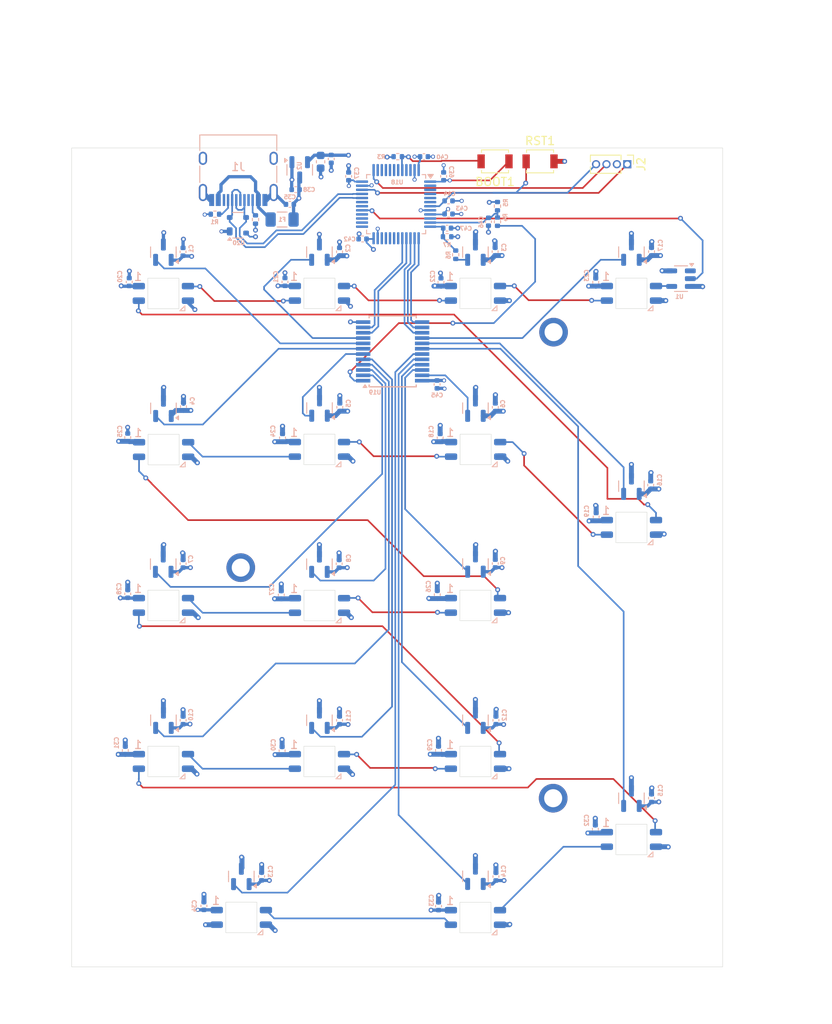
<source format=kicad_pcb>
(kicad_pcb (version 20240108) (generator "pcbnew") (generator_version "8.0")
  (layers (0 "F.Cu" signal) (1 "In1.Cu" signal) (2 "In2.Cu" signal) (31 "B.Cu" signal) (34 "B.Paste" user) (35 "F.Paste" user) (36 "B.SilkS" user "B.Silkscreen") (37 "F.SilkS" user "F.Silkscreen") (38 "B.Mask" user) (39 "F.Mask" user) (44 "Edge.Cuts" user))
  (net 0 "")
  (net 1 "BOOT0")
  (net 2 "+3V3")
  (net 3 "GND")
  (net 4 "Net-(U19-COM)")
  (net 5 "+5V")
  (net 6 "NRST")
  (net 7 "VBUS")
  (net 8 "Net-(J1-CC2)")
  (net 10 "D-")
  (net 12 "D+")
  (net 13 "Net-(J1-CC1)")
  (net 14 "LED")
  (net 15 "Net-(LED1-DOUT)")
  (net 16 "Net-(LED2-DOUT)")
  (net 17 "Net-(LED3-DOUT)")
  (net 18 "Net-(LED4-DOUT)")
  (net 19 "Net-(LED5-DOUT)")
  (net 20 "Net-(LED6-DOUT)")
  (net 21 "Net-(LED7-DOUT)")
  (net 22 "Net-(LED8-DOUT)")
  (net 23 "Net-(LED10-DIN)")
  (net 24 "Net-(LED10-DOUT)")
  (net 25 "Net-(LED11-DOUT)")
  (net 26 "Net-(LED12-DOUT)")
  (net 27 "Net-(LED13-DOUT)")
  (net 28 "Net-(LED14-DOUT)")
  (net 29 "Net-(LED15-DOUT)")
  (net 30 "Net-(LED16-DOUT)")
  (net 31 "I0")
  (net 32 "I1")
  (net 33 "I2")
  (net 34 "I3")
  (net 35 "I4")
  (net 36 "I5")
  (net 37 "I6")
  (net 38 "I7")
  (net 39 "I8")
  (net 40 "I9")
  (net 41 "I10")
  (net 42 "I11")
  (net 43 "I12")
  (net 44 "I13")
  (net 45 "I14")
  (net 46 "I15")
  (net 47 "I3_3v3")
  (net 48 "/B12")
  (net 49 "/F0")
  (net 50 "/B11")
  (net 51 "/F1")
  (net 52 "/A15")
  (net 53 "/B14")
  (net 54 "/B13")
  (net 55 "/B3")
  (net 56 "/B6")
  (net 57 "/C13")
  (net 58 "/A10")
  (net 59 "/B1")
  (net 60 "/B10")
  (net 61 "/B0")
  (net 62 "/B8")
  (net 63 "E")
  (net 64 "/A0")
  (net 65 "COM")
  (net 66 "S0")
  (net 67 "SWCLK")
  (net 68 "S3")
  (net 69 "/B4")
  (net 70 "/B9")
  (net 71 "/B15")
  (net 72 "/C14")
  (net 73 "/B7")
  (net 74 "/C15")
  (net 75 "S1")
  (net 76 "/B2")
  (net 77 "S2")
  (net 78 "/A9")
  (net 79 "/B5")
  (net 81 "LED0")
  (net 82 "SWDIO")
  (footprint "KB_Switch_Misc:MX-LED_WS2812B_wide" (layer "F.Cu") (at 116.55 52.39)
    (property "Reference" "LED4" (hide yes))
    (property "Value" "WS2812B")
    (fp_rect (start -1.9 3.175) (end 1.9 6.9) (stroke (width 0.05)) (fill none) (layer "Edge.Cuts"))
  )
  (footprint "MountingHole:MountingHole_2.2mm_M2_ISO7380_Pad" (layer "F.Cu") (at 164.2 62.15)
    (property "Reference" "H1" (hide yes))
    (property "Value" "MountingHole")
  )
  (footprint "KB_Switch_Misc:MX-LED_WS2812B_wide" (layer "F.Cu") (at 154.6575 52.3795)
    (property "Reference" "LED2" (hide yes))
    (property "Value" "WS2812B")
    (fp_rect (start -1.9 3.175) (end 1.9 6.9) (stroke (width 0.05)) (fill none) (layer "Edge.Cuts"))
  )
  (footprint "MountingHole:MountingHole_2.2mm_M2_ISO7380_Pad" (layer "F.Cu") (at 164.15 119.05)
    (property "Reference" "H3" (hide yes))
    (property "Value" "MountingHole")
  )
  (footprint "Button_Switch_SMD:SW_SPST_B3U-1000P" (layer "F.Cu") (at 162.55 41.3)
    (property "Reference" "RST1")
    (property "Value" "SW_SPST")
  )
  (footprint "KB_MX_Analog:MX-Analog-1U" (layer "F.Cu") (at 116.5575 109.5295)
    (property "Reference" "SW10")
    (property "Value" "DRV5055A4")
  )
  (footprint "KB_Switch_Misc:MX-LED_WS2812B_wide" (layer "F.Cu") (at 116.5575 109.5295)
    (property "Reference" "LED14" (hide yes))
    (property "Value" "WS2812B")
    (fp_rect (start -1.9 3.175) (end 1.9 6.9) (stroke (width 0.05)) (fill none) (layer "Edge.Cuts"))
  )
  (footprint "KB_Switch_Misc:MX-LED_WS2812B_wide" (layer "F.Cu") (at 154.6575 109.5295)
    (property "Reference" "LED12" (hide yes))
    (property "Value" "WS2812B")
    (fp_rect (start -1.9 3.175) (end 1.9 6.9) (stroke (width 0.05)) (fill none) (layer "Edge.Cuts"))
  )
  (footprint "KB_MX_Analog:MX-Analog-1U" (layer "F.Cu") (at 135.6075 90.4795)
    (property "Reference" "SW8")
    (property "Value" "DRV5055A4")
  )
  (footprint "KB_Switch_Misc:MX-LED_WS2812B_wide" (layer "F.Cu") (at 154.6575 90.4795)
    (property "Reference" "LED9" (hide yes))
    (property "Value" "WS2812B")
    (fp_rect (start -1.9 3.175) (end 1.9 6.9) (stroke (width 0.05)) (fill none) (layer "Edge.Cuts"))
  )
  (footprint "KB_MX_Analog:MX-Analog-1U" (layer "F.Cu") (at 116.56 71.45)
    (property "Reference" "SW4")
    (property "Value" "DRV5055A4")
  )
  (footprint "KB_Switch_Misc:MX-LED_WS2812B_wide" (layer "F.Cu") (at 135.6075 52.3795)
    (property "Reference" "LED3" (hide yes))
    (property "Value" "WS2812B")
    (fp_rect (start -1.9 3.175) (end 1.9 6.9) (stroke (width 0.05)) (fill none) (layer "Edge.Cuts"))
  )
  (footprint "KB_MX_Analog:MX-Analog-1U" (layer "F.Cu") (at 135.6075 109.5295)
    (property "Reference" "SW11")
    (property "Value" "DRV5055A4")
  )
  (footprint "KB_Switch_Misc:MX-LED_WS2812B_wide" (layer "F.Cu") (at 135.6175 90.4895)
    (property "Reference" "LED10" (hide yes))
    (property "Value" "WS2812B")
    (fp_rect (start -1.9 3.175) (end 1.9 6.9) (stroke (width 0.05)) (fill none) (layer "Edge.Cuts"))
  )
  (footprint "KB_MX_Analog:MX-Analog-2U-Vertical-ReversedStabilizers" (layer "F.Cu") (at 173.7075 80.9545)
    (property "Reference" "SW16")
    (property "Value" "DRV5055A4")
  )
  (footprint "KB_Switch_Misc:MX-LED_WS2812B_wide" (layer "F.Cu") (at 126.07 128.56825)
    (property "Reference" "LED17" (hide yes))
    (property "Value" "WS2812B")
    (fp_rect (start -1.9 3.175) (end 1.9 6.9) (stroke (width 0.05)) (fill none) (layer "Edge.Cuts"))
  )
  (footprint "KB_MX_Analog:MX-Analog-2U-Vertical-ReversedStabilizers" (layer "F.Cu") (at 173.7075 119.0545)
    (property "Reference" "SW15")
    (property "Value" "DRV5055A4")
  )
  (footprint "KB_MX_Analog:MX-Analog-1U" (layer "F.Cu") (at 154.6575 109.5295)
    (property "Reference" "SW12")
    (property "Value" "DRV5055A4")
  )
  (footprint "Connector_PinHeader_1.27mm:PinHeader_1x04_P1.27mm_Vertical" (layer "F.Cu") (at 173.2 41.65 -90)
    (property "Reference" "J2")
    (property "Value" "Conn_01x04_Pin")
  )
  (footprint "KB_MX_Analog:MX-Analog-1U" (layer "F.Cu") (at 173.7075 52.3795)
    (property "Reference" "SW17")
    (property "Value" "DRV5055A4")
  )
  (footprint "KB_MX_Analog:MX-Analog-1U" (layer "F.Cu") (at 116.53125 90.47125)
    (property "Reference" "SW7")
    (property "Value" "DRV5055A4")
  )
  (footprint "KB_MX_Analog:MX-Analog-1U" (layer "F.Cu") (at 135.6075 52.3795)
    (property "Reference" "SW2")
    (property "Value" "DRV5055A4")
  )
  (footprint "MountingHole:MountingHole_2.2mm_M2_ISO7380_Pad" (layer "F.Cu") (at 126 90.9)
    (property "Reference" "H2" (hide yes))
    (property "Value" "MountingHole")
  )
  (footprint "KB_Switch_Misc:MX-LED_WS2812B_wide" (layer "F.Cu") (at 173.7075 119.0545)
    (property "Reference" "LED15" (hide yes))
    (property "Value" "WS2812B")
    (fp_rect (start -1.9 3.175) (end 1.9 6.9) (stroke (width 0.05)) (fill none) (layer "Edge.Cuts"))
  )
  (footprint "KB_Switch_Misc:MX-LED_WS2812B_wide" (layer "F.Cu") (at 135.6075 71.4295)
    (property "Reference" "LED7" (hide yes))
    (property "Value" "WS2812B")
    (fp_rect (start -1.9 3.175) (end 1.9 6.9) (stroke (width 0.05)) (fill none) (layer "Edge.Cuts"))
  )
  (footprint "KB_Switch_Misc:MX-LED_WS2812B_wide" (layer "F.Cu") (at 173.7075 52.3795)
    (property "Reference" "LED1" (hide yes))
    (property "Value" "WS2812B")
    (fp_rect (start -1.9 3.175) (end 1.9 6.9) (stroke (width 0.05)) (fill none) (layer "Edge.Cuts"))
  )
  (footprint "KB_MX_Analog:MX-Analog-1U" (layer "F.Cu") (at 154.6575 71.4295)
    (property "Reference" "SW6")
    (property "Value" "DRV5055A4")
  )
  (footprint "KB_Switch_Misc:MX-LED_WS2812B_wide" (layer "F.Cu") (at 154.6825 71.4315)
    (property "Reference" "LED6" (hide yes))
    (property "Value" "WS2812B")
    (fp_rect (start -1.9 3.175) (end 1.9 6.9) (stroke (width 0.05)) (fill none) (layer "Edge.Cuts"))
  )
  (footprint "KB_MX_Analog:MX-Analog-1U" (layer "F.Cu") (at 154.6575 52.3795)
    (property "Reference" "SW3")
    (property "Value" "DRV5055A4")
  )
  (footprint "KB_MX_Analog:MX-Analog-1U" (layer "F.Cu") (at 154.66125 90.457)
    (property "Reference" "SW9")
    (property "Value" "DRV5055A4")
  )
  (footprint "KB_MX_Analog:MX-Analog-1U" (layer "F.Cu") (at 135.6175 71.412)
    (property "Reference" "SW5")
    (property "Value" "DRV5055A4")
  )
  (footprint "KB_Switch_Misc:MX-LED_WS2812B_wide" (layer "F.Cu") (at 116.58 71.45)
    (property "Reference" "LED8" (hide yes))
    (property "Value" "WS2812B")
    (fp_rect (start -1.9 3.175) (end 1.9 6.9) (stroke (width 0.05)) (fill none) (layer "Edge.Cuts"))
  )
  (footprint "KB_Switch_Misc:MX-LED_WS2812B_wide" (layer "F.Cu") (at 154.6575 128.5795)
    (property "Reference" "LED16" (hide yes))
    (property "Value" "WS2812B")
    (fp_rect (start -1.9 3.175) (end 1.9 6.9) (stroke (width 0.05)) (fill none) (layer "Edge.Cuts"))
  )
  (footprint "KB_MX_Analog:MX-Analog-1U" (layer "F.Cu") (at 154.6575 128.5795)
    (property "Reference" "SW14")
    (property "Value" "DRV5055A4")
  )
  (footprint "KB_Switch_Misc:MX-LED_WS2812B_wide" (layer "F.Cu") (at 173.7075 80.9545)
    (property "Reference" "LED5" (hide yes))
    (property "Value" "WS2812B")
    (fp_rect (start -1.9 3.175) (end 1.9 6.9) (stroke (width 0.05)) (fill none) (layer "Edge.Cuts"))
  )
  (footprint "KB_Switch_Misc:MX-LED_WS2812B_wide" (layer "F.Cu") (at 135.6075 109.5295)
    (property "Reference" "LED13" (hide yes))
    (property "Value" "WS2812B")
    (fp_rect (start -1.9 3.175) (end 1.9 6.9) (stroke (width 0.05)) (fill none) (layer "Edge.Cuts"))
  )
  (footprint "KB_Switch_Misc:MX-LED_WS2812B_wide" (layer "F.Cu") (at 116.5575 90.4795)
    (property "Reference" "LED11" (hide yes))
    (property "Value" "WS2812B")
    (fp_rect (start -1.9 3.175) (end 1.9 6.9) (stroke (width 0.05)) (fill none) (layer "Edge.Cuts"))
  )
  (footprint "KB_MX_Analog:MX-Analog-2U" (layer "F.Cu") (at 126.07 128.6)
    (property "Reference" "SW13")
    (property "Value" "DRV5055A4")
  )
  (footprint "KB_MX_Analog:MX-Analog-1U" (layer "F.Cu") (at 116.55 52.39)
    (property "Reference" "SW1")
    (property "Value" "DRV5055A4")
  )
  (footprint "Button_Switch_SMD:SW_SPST_B3U-1000P" (layer "F.Cu") (at 157.05 41.3 180)
    (property "Reference" "BOOT1")
    (property "Value" "SW_SPST")
  )
  (footprint "Capacitor_SMD:C_0402_1005Metric" (layer "B.Cu") (at 140.875 50.775 180)
    (property "Reference" "C42")
    (property "Value" "100nF")
  )
  (footprint "Capacitor_SMD:C_0402_1005Metric" (layer "B.Cu") (at 131.4 56.0175 -90)
    (property "Reference" "C21")
    (property "Value" "100n")
  )
  (footprint "Capacitor_SMD:C_0402_1005Metric" (layer "B.Cu") (at 150.775 43.125 90)
    (property "Reference" "C39")
    (property "Value" "100nF")
  )
  (footprint "Capacitor_SMD:C_0402_1005Metric" (layer "B.Cu") (at 148.375 40.725)
    (property "Reference" "C40")
    (property "Value" "100nF")
  )
  (footprint "Capacitor_SMD:C_0402_1005Metric" (layer "B.Cu") (at 130.95 94.2295 -90)
    (property "Reference" "C27")
    (property "Value" "100n")
  )
  (footprint "Package_TO_SOT_SMD:SOT-23-5" (layer "B.Cu") (at 179.7625 55.6175 180)
    (property "Reference" "U1")
    (property "Value" "SN74LV1T34DBV")
  )
  (footprint "Package_TO_SOT_SMD:SOT-143" (layer "B.Cu") (at 125.65 49.1)
    (property "Reference" "U20")
    (property "Value" "PRTR5V0U2X")
  )
  (footprint "Resistor_SMD:R_0402_1005Metric" (layer "B.Cu") (at 145.175 40.725 180)
    (property "Reference" "R3")
    (property "Value" "10k")
  )
  (footprint "Capacitor_SMD:C_0402_1005Metric" (layer "B.Cu") (at 151.375 47.725)
    (property "Reference" "C43")
    (property "Value" "100nF")
  )
  (footprint "Capacitor_SMD:C_0402_1005Metric" (layer "B.Cu") (at 169.35 56.05 -90)
    (property "Reference" "C23")
    (property "Value" "100n")
  )
  (footprint "Capacitor_SMD:C_0402_1005Metric" (layer "B.Cu") (at 131.1 75.05 -90)
    (property "Reference" "C24")
    (property "Value" "100n")
  )
  (footprint "Capacitor_SMD:C_0402_1005Metric" (layer "B.Cu") (at 138.0625 52.3375 90)
    (property "Reference" "C2")
    (property "Value" "0,1u")
  )
  (footprint "Capacitor_SMD:C_0402_1005Metric" (layer "B.Cu") (at 118.95 52.34 90)
    (property "Reference" "C1")
    (property "Value" "0,1u")
  )
  (footprint "Capacitor_SMD:C_0402_1005Metric" (layer "B.Cu") (at 139.175 43.125 90)
    (property "Reference" "C37")
    (property "Value" "100nF")
  )
  (footprint "Resistor_SMD:R_0402_1005Metric" (layer "B.Cu") (at 152.25 52.7 90)
    (property "Reference" "R6")
    (property "Value" "10k")
  )
  (footprint "Capacitor_SMD:C_0402_1005Metric" (layer "B.Cu") (at 169.3 122.8175 -90)
    (property "Reference" "C32")
    (property "Value" "100n")
  )
  (footprint "Package_SO:SSOP-24_5.3x8.2mm_P0.65mm" (layer "B.Cu") (at 144.55 64.5)
    (property "Reference" "U19")
    (property "Value" "CD74HC4067SM")
  )
  (footprint "Capacitor_SMD:C_0402_1005Metric" (layer "B.Cu") (at 138.0625 109.5375 90)
    (property "Reference" "C11")
    (property "Value" "0,1u")
  )
  (footprint "Capacitor_SMD:C_0402_1005Metric" (layer "B.Cu") (at 176.1625 52.3175 90)
    (property "Reference" "C17")
    (property "Value" "0,1u")
  )
  (footprint "Connector_USB:USB_C_Receptacle_HRO_TYPE-C-31-M-12" (layer "B.Cu") (at 125.7 41.975)
    (property "Reference" "J1")
    (property "Value" "USB_C_Receptacle_USB2.0")
  )
  (footprint "Package_QFP:LQFP-48_7x7mm_P0.5mm" (layer "B.Cu") (at 144.975 46.525 180)
    (property "Reference" "U18")
    (property "Value" "STM32F072CBT6")
  )
  (footprint "Resistor_SMD:R_0402_1005Metric" (layer "B.Cu") (at 157.35 48.66 90)
    (property "Reference" "R4")
    (property "Value" "10k")
  )
  (footprint "Resistor_SMD:R_0402_1005Metric" (layer "B.Cu") (at 157.35 46.77 90)
    (property "Reference" "R5")
    (property "Value" "10k")
  )
  (footprint "Capacitor_SMD:C_0402_1005Metric" (layer "B.Cu") (at 149.975 68.53 90)
    (property "Reference" "C45")
    (property "Value" "100nF")
  )
  (footprint "Capacitor_SMD:C_0402_1005Metric" (layer "B.Cu") (at 118.96125 90.42125 90)
    (property "Reference" "C7")
    (property "Value" "0,1u")
  )
  (footprint "Capacitor_SMD:C_0402_1005Metric" (layer "B.Cu") (at 151.375 46.125)
    (property "Reference" "C44")
    (property "Value" "100nF")
  )
  (footprint "Capacitor_SMD:C_0402_1005Metric" (layer "B.Cu") (at 157.08125 90.3995 90)
    (property "Reference" "C9")
    (property "Value" "0,1u")
  )
  (footprint "Capacitor_SMD:C_0402_1005Metric" (layer "B.Cu") (at 112.2 94.1 -90)
    (property "Reference" "C28")
    (property "Value" "100n")
  )
  (footprint "Fuse:Fuse_1206_3216Metric" (layer "B.Cu") (at 131.05 48.4)
    (property "Reference" "F1")
    (property "Value" "500mA")
  )
  (footprint "Capacitor_SMD:C_0402_1005Metric" (layer "B.Cu") (at 138.0175 90.4295 90)
    (property "Reference" "C8")
    (property "Value" "0,1u")
  )
  (footprint "Capacitor_SMD:C_0402_1005Metric" (layer "B.Cu") (at 150.45 56.05 -90)
    (property "Reference" "C22")
    (property "Value" "100n")
  )
  (footprint "Capacitor_SMD:C_0402_1005Metric" (layer "B.Cu") (at 112.38175 56.028 -90)
    (property "Reference" "C20")
    (property "Value" "100n")
  )
  (footprint "Capacitor_SMD:C_0402_1005Metric" (layer "B.Cu") (at 132 46.55 180)
    (property "Reference" "C35")
    (property "Value" "100nF")
  )
  (footprint "Capacitor_SMD:C_0402_1005Metric" (layer "B.Cu") (at 111.9 113.2175 -90)
    (property "Reference" "C31")
    (property "Value" "100n")
  )
  (footprint "Capacitor_SMD:C_0402_1005Metric" (layer "B.Cu") (at 151.2 49.45)
    (property "Reference" "C47")
    (property "Value" "10n")
  )
  (footprint "Capacitor_SMD:C_0402_1005Metric" (layer "B.Cu") (at 128.54375 128.6 90)
    (property "Reference" "C13")
    (property "Value" "0,1u")
  )
  (footprint "Capacitor_SMD:C_0402_1005Metric" (layer "B.Cu") (at 157.1625 109.5375 90)
    (property "Reference" "C12")
    (property "Value" "0,1u")
  )
  (footprint "Resistor_SMD:R_0402_1005Metric" (layer "B.Cu") (at 151.2 50.5)
    (property "Reference" "R7")
    (property "Value" "10k")
  )
  (footprint "Capacitor_SMD:C_0402_1005Metric" (layer "B.Cu") (at 112.2 75 -90)
    (property "Reference" "C25")
    (property "Value" "100n")
  )
  (footprint "Capacitor_SMD:C_0402_1005Metric" (layer "B.Cu") (at 119.0075 71.232 90)
    (property "Reference" "C4")
    (property "Value" "0,1u")
  )
  (footprint "Capacitor_SMD:C_0402_1005Metric" (layer "B.Cu") (at 176.1625 119.0375 90)
    (property "Reference" "C15")
    (property "Value" "0,1u")
  )
  (footprint "Capacitor_SMD:C_0402_1005Metric" (layer "B.Cu") (at 138.0975 71.3145 90)
    (property "Reference" "C5")
    (property "Value" "0,1u")
  )
  (footprint "Capacitor_SMD:C_0402_1005Metric" (layer "B.Cu") (at 169.4 84.7 -90)
    (property "Reference" "C19")
    (property "Value" "100n")
  )
  (footprint "Capacitor_SMD:C_0402_1005Metric" (layer "B.Cu") (at 157.0875 71.3195 90)
    (property "Reference" "C6")
    (property "Value" "0,1u")
  )
  (footprint "Capacitor_SMD:C_0402_1005Metric" (layer "B.Cu") (at 118.9625 109.5375 90)
    (property "Reference" "C10")
    (property "Value" "0,1u")
  )
  (footprint "Capacitor_SMD:C_0402_1005Metric" (layer "B.Cu") (at 137.05 41 -90)
    (property "Reference" "C41" (hide yes))
    (property "Value" "1uF")
  )
  (footprint "Capacitor_SMD:C_0402_1005Metric" (layer "B.Cu") (at 121.5 132.2 -90)
    (property "Reference" "C34")
    (property "Value" "100n")
  )
  (footprint "Capacitor_SMD:C_0402_1005Metric" (layer "B.Cu") (at 132.7 44.75 180)
    (property "Reference" "C38")
    (property "Value" "1uF")
  )
  (footprint "Resistor_SMD:R_0402_1005Metric" (layer "B.Cu") (at 122.85 47.75)
    (property "Reference" "R1")
    (property "Value" "5.1k")
  )
  (footprint "Capacitor_SMD:C_0402_1005Metric" (layer "B.Cu") (at 150.35 75.05 -90)
    (property "Reference" "C18")
    (property "Value" "100n")
  )
  (footprint "Resistor_SMD:R_0402_1005Metric" (layer "B.Cu") (at 127.8 48.4 -90)
    (property "Reference" "R2" (hide yes))
    (property "Value" "5.1k")
  )
  (footprint "Capacitor_SMD:C_0402_1005Metric" (layer "B.Cu") (at 150 94.1995 -90)
    (property "Reference" "C26")
    (property "Value" "100n")
  )
  (footprint "Package_TO_SOT_SMD:SOT-23" (layer "B.Cu") (at 133.2 42.3375 -90)
    (property "Reference" "U2")
    (property "Value" "XC6206P332MR-Regulator_Linear")
  )
  (footprint "Capacitor_SMD:C_0402_1005Metric" (layer "B.Cu") (at 150.15 132.23 -90)
    (property "Reference" "C33")
    (property "Value" "100n")
  )
  (footprint "Capacitor_SMD:C_0402_1005Metric" (layer "B.Cu") (at 176.0625 80.8175 90)
    (property "Reference" "C16")
    (property "Value" "0,1u")
  )
  (footprint "Capacitor_SMD:C_0402_1005Metric" (layer "B.Cu") (at 157.0625 52.3175 90)
    (property "Reference" "C3")
    (property "Value" "0,1u")
  )
  (footprint "Capacitor_SMD:C_0603_1608Metric" (layer "B.Cu") (at 135.75 41.35 -90)
    (property "Reference" "C36" (hide yes))
    (property "Value" "10uF")
  )
  (footprint "Capacitor_SMD:C_0402_1005Metric" (layer "B.Cu") (at 156.25 48.67 -90)
    (property "Reference" "C46")
    (property "Value" "10n")
  )
  (footprint "Capacitor_SMD:C_0402_1005Metric" (layer "B.Cu") (at 131.05 113.25 -90)
    (property "Reference" "C30")
    (property "Value" "100n")
  )
  (footprint "Capacitor_SMD:C_0402_1005Metric" (layer "B.Cu") (at 150.15 113.2 -90)
    (property "Reference" "C29")
    (property "Value" "100n")
  )
  (footprint "Capacitor_SMD:C_0402_1005Metric" (layer "B.Cu") (at 157.1625 128.6175 90)
    (property "Reference" "C14")
    (property "Value" "0,1u")
  )
  (gr_rect (start 105.35 39.6625) (end 184.85 139.6375) (stroke (width 0.05)) (fill none) (layer "Edge.Cuts"))
  (segment (start 146.475443 40.750847) (end 146.475443 40.753261) (width 0.2) (layer "F.Cu") (net 1))
  (segment (start 146.997182 41.275) (end 150.497182 41.275) (width 0.2) (layer "F.Cu") (net 1))
  (segment (start 155.275 41.225) (end 155.35 41.3) (width 0.2) (layer "F.Cu") (net 1))
  (segment (start 146.475443 40.753261) (end 146.997182 41.275) (width 0.2) (layer "F.Cu") (net 1))
  (segment (start 150.547182 41.225) (end 155.275 41.225) (width 0.2) (layer "F.Cu") (net 1))
  (segment (start 150.497182 41.275) (end 150.547182 41.225) (width 0.2) (layer "F.Cu") (net 1))
  (via (at 146.475443 40.750847) (size 0.6) (drill 0.3) (layers "F.Cu" "B.Cu") (net 1))
  (segment (start 146.449596 40.725) (end 146.475443 40.750847) (width 0.2) (layer "B.Cu") (net 1))
  (segment (start 145.685 40.725) (end 146.449596 40.725) (width 0.2) (layer "B.Cu") (net 1))
  (segment (start 145.685 42.3225) (end 145.725 42.3625) (width 0.2) (layer "B.Cu") (net 1))
  (segment (start 145.685 40.725) (end 145.685 42.3225) (width 0.2) (layer "B.Cu") (net 1))
  (segment (start 158.75 41.3) (end 156.425 43.625) (width 0.2) (layer "F.Cu") (net 2))
  (segment (start 156.425 43.625) (end 151.525 43.625) (width 0.2) (layer "F.Cu") (net 2))
  (via (at 151.313298 47.119342) (size 0.5) (drill 0.3) (layers "F.Cu" "B.Cu") (net 2))
  (via (at 142.2 52.05) (size 0.6) (drill 0.3) (layers "F.Cu" "B.Cu") (net 2))
  (via (at 147.225 40.725) (size 0.5) (drill 0.3) (layers "F.Cu" "B.Cu") (net 2))
  (via (at 151.525 43.625) (size 0.5) (drill 0.3) (layers "F.Cu" "B.Cu") (net 2))
  (via (at 139.15 40.55) (size 0.6) (drill 0.3) (layers "F.Cu" "B.Cu") (net 2))
  (via (at 139.2 44.3) (size 0.5) (drill 0.3) (layers "F.Cu" "B.Cu") (net 2))
  (segment (start 139.2 43.63) (end 139.175 43.605) (width 0.2) (layer "B.Cu") (net 2))
  (segment (start 134.15 41.4) (end 135 40.55) (width 0.4) (layer "B.Cu") (net 2))
  (segment (start 139.755 43.605) (end 139.925 43.775) (width 0.2) (layer "B.Cu") (net 2))
  (segment (start 147.895 41.305) (end 147.725 41.475) (width 0.2) (layer "B.Cu") (net 2))
  (segment (start 151.505 43.605) (end 151.525 43.625) (width 0.2) (layer "B.Cu") (net 2))
  (segment (start 150.605 43.775) (end 150.775 43.605) (width 0.2) (layer "B.Cu") (net 2))
  (segment (start 147.725 41.475) (end 147.725 42.3625) (width 0.2) (layer "B.Cu") (net 2))
  (segment (start 139.175 43.605) (end 139.755 43.605) (width 0.2) (layer "B.Cu") (net 2))
  (segment (start 141.355 50.775) (end 141.355 51.205) (width 0.2) (layer "B.Cu") (net 2))
  (segment (start 150.895 47.53764) (end 151.313298 47.119342) (width 0.2) (layer "B.Cu") (net 2))
  (segment (start 150.895 47.725) (end 150.895 47.53764) (width 0.2) (layer "B.Cu") (net 2))
  (segment (start 141.355 51.205) (end 142.2 52.05) (width 0.2) (layer "B.Cu") (net 2))
  (segment (start 150.845 47.775) (end 150.895 47.725) (width 0.2) (layer "B.Cu") (net 2))
  (segment (start 147.895 40.725) (end 147.225 40.725) (width 0.2) (layer "B.Cu") (net 2))
  (segment (start 149.1375 47.775) (end 150.845 47.775) (width 0.2) (layer "B.Cu") (net 2))
  (segment (start 147.895 40.725) (end 147.895 41.305) (width 0.2) (layer "B.Cu") (net 2))
  (segment (start 139.2 44.3) (end 139.2 43.63) (width 0.2) (layer "B.Cu") (net 2))
  (segment (start 139.925 43.775) (end 140.8125 43.775) (width 0.2) (layer "B.Cu") (net 2))
  (segment (start 149.1375 43.775) (end 150.605 43.775) (width 0.2) (layer "B.Cu") (net 2))
  (segment (start 141.355 50.775) (end 142.1375 50.775) (width 0.2) (layer "B.Cu") (net 2))
  (segment (start 142.1375 50.775) (end 142.225 50.6875) (width 0.2) (layer "B.Cu") (net 2))
  (segment (start 150.775 43.605) (end 151.505 43.605) (width 0.2) (layer "B.Cu") (net 2))
  (segment (start 135 40.55) (end 139.15 40.55) (width 0.4) (layer "B.Cu") (net 2))
  (segment (start 164.25 41.3) (end 165.55 41.3) (width 0.6) (layer "F.Cu") (net 3))
  (via (at 121.50625 130.78) (size 0.6) (drill 0.3) (layers "F.Cu" "B.Cu") (net 3))
  (via (at 123.65 49.85) (size 0.5) (drill 0.3) (layers "F.Cu" "B.Cu") (net 3))
  (via (at 139.7 77.9) (size 0.6) (drill 0.3) (layers "F.Cu" "B.Cu") (net 3))
  (via (at 112.4 54.7) (size 0.6) (drill 0.3) (layers "F.Cu" "B.Cu") (net 3))
  (via (at 177.7 86.8) (size 0.6) (drill 0.3) (layers "F.Cu" "B.Cu") (net 3))
  (via (at 139.4 59) (size 0.6) (drill 0.3) (layers "F.Cu" "B.Cu") (net 3))
  (via (at 111.8875 111.95) (size 0.6) (drill 0.3) (layers "F.Cu" "B.Cu") (net 3))
  (via (at 112.1925 73.768) (size 0.6) (drill 0.3) (layers "F.Cu" "B.Cu") (net 3))
  (via (at 130.2 135.2) (size 0.6) (drill 0.3) (layers "F.Cu" "B.Cu") (net 3))
  (via (at 120.4 59.4) (size 0.6) (drill 0.3) (layers "F.Cu" "B.Cu") (net 3))
  (via (at 157.1 69.8) (size 0.6) (drill 0.3) (layers "F.Cu" "B.Cu") (net 3))
  (via (at 169.3375 83.3025) (size 0.6) (drill 0.3) (layers "F.Cu" "B.Cu") (net 3))
  (via (at 135.8 43.2) (size 0.6) (drill 0.3) (layers "F.Cu" "B.Cu") (net 3))
  (via (at 154.7 88.1) (size 0.6) (drill 0.3) (layers "F.Cu" "B.Cu") (net 3))
  (via (at 138.1 69.9) (size 0.6) (drill 0.3) (layers "F.Cu" "B.Cu") (net 3))
  (via (at 176.1 79.3) (size 0.6) (drill 0.3) (layers "F.Cu" "B.Cu") (net 3))
  (via (at 118.9 89.1) (size 0.6) (drill 0.3) (layers "F.Cu" "B.Cu") (net 3))
  (via (at 150.3625 73.5305) (size 0.6) (drill 0.3) (layers "F.Cu" "B.Cu") (net 3))
  (via (at 154.65 126.05) (size 0.6) (drill 0.3) (layers "F.Cu" "B.Cu") (net 3))
  (via (at 138 89.1) (size 0.6) (drill 0.3) (layers "F.Cu" "B.Cu") (net 3))
  (via (at 131.1025 73.6355) (size 0.6) (drill 0.3) (layers "F.Cu" "B.Cu") (net 3))
  (via (at 152.975 46.125) (size 0.5) (drill 0.3) (layers "F.Cu" "B.Cu") (net 3))
  (via (at 178.2 125) (size 0.6) (drill 0.3) (layers "F.Cu" "B.Cu") (net 3))
  (via (at 116.6 50) (size 0.6) (drill 0.3) (layers "F.Cu" "B.Cu") (net 3))
  (via (at 150 92.8) (size 0.6) (drill 0.3) (layers "F.Cu" "B.Cu") (net 3))
  (via (at 135.6 50.2) (size 0.6) (drill 0.3) (layers "F.Cu" "B.Cu") (net 3))
  (via (at 157 51) (size 0.6) (drill 0.3) (layers "F.Cu" "B.Cu") (net 3))
  (via (at 142.725 49.525) (size 0.5) (drill 0.3) (layers "F.Cu" "B.Cu") (net 3))
  (via (at 152.925 47.725) (size 0.5) (drill 0.3) (layers "F.Cu" "B.Cu") (net 3))
  (via (at 118.95 108.25) (size 0.6) (drill 0.3) (layers "F.Cu" "B.Cu") (net 3))
  (via (at 158.7 96.4) (size 0.6) (drill 0.3) (layers "F.Cu" "B.Cu") (net 3))
  (via (at 158.6 77.9) (size 0.6) (drill 0.3) (layers "F.Cu" "B.Cu") (net 3))
  (via (at 121.7 134.5) (size 0.6) (drill 0.3) (layers "F.Cu" "B.Cu") (net 3))
  (via (at 152.5 50.5) (size 0.6) (drill 0.3) (layers "F.Cu" "B.Cu") (net 3))
  (via (at 157.2 108.2) (size 0.6) (drill 0.3) (layers "F.Cu" "B.Cu") (net 3))
  (via (at 150.1875 130.9125) (size 0.6) (drill 0.3) (layers "F.Cu" "B.Cu") (net 3))
  (via (at 135.6 88.1) (size 0.6) (drill 0.3) (layers "F.Cu" "B.Cu") (net 3))
  (via (at 112.2 92.67875) (size 0.6) (drill 0.3) (layers "F.Cu" "B.Cu") (net 3))
  (via (at 116.6 68.9) (size 0.6) (drill 0.3) (layers "F.Cu" "B.Cu") (net 3))
  (via (at 135.6 68.9) (size 0.6) (drill 0.3) (layers "F.Cu" "B.Cu") (net 3))
  (via (at 132.25 43.55) (size 0.6) (drill 0.3) (layers "F.Cu" "B.Cu") (net 3))
  (via (at 158.85 134.45) (size 0.6) (drill 0.3) (layers "F.Cu" "B.Cu") (net 3))
  (via (at 149.475 40.725) (size 0.5) (drill 0.3) (layers "F.Cu" "B.Cu") (net 3))
  (via (at 139.5 97) (size 0.6) (drill 0.3) (layers "F.Cu" "B.Cu") (net 3))
  (via (at 157.15 127.2) (size 0.6) (drill 0.3) (layers "F.Cu" "B.Cu") (net 3))
  (via (at 147.975 47.275) (size 0.5) (drill 0.3) (layers "F.Cu" "B.Cu") (net 3))
  (via (at 150.875 69.05) (size 0.5) (drill 0.3) (layers "F.Cu" "B.Cu") (net 3))
  (via (at 150.3875 54.9325) (size 0.6) (drill 0.3) (layers "F.Cu" "B.Cu") (net 3))
  (via (at 169.3875 54.7325) (size 0.6) (drill 0.3) (layers "F.Cu" "B.Cu") (net 3))
  (via (at 154.7 68.9) (size 0.6) (drill 0.3) (layers "F.Cu" "B.Cu") (net 3))
  (via (at 173.7 116.55) (size 0.6) (drill 0.3) (layers "F.Cu" "B.Cu") (net 3))
  (via (at 139.4 60.9) (size 0.6) (drill 0.3) (layers "F.Cu" "B.Cu") (net 3))
  (via (at 139.175 41.825) (size 0.6) (drill 0.3) (layers "F.Cu" "B.Cu") (net 3))
  (via (at 138.05 108.15) (size 0.6) (drill 0.3) (layers "F.Cu" "B.Cu") (net 3))
  (via (at 152.5 49.45) (size 0.6) (drill 0.3) (layers "F.Cu" "B.Cu") (net 3))
  (via (at 173.7 78.3) (size 0.6) (drill 0.3) (layers "F.Cu" "B.Cu") (net 3))
  (via (at 128.55 127.15) (size 0.6) (drill 0.3) (layers "F.Cu" "B.Cu") (net 3))
  (via (at 130.95 92.9) (size 0.6) (drill 0.3) (layers "F.Cu" "B.Cu") (net 3))
  (via (at 121.6 47.8) (size 0.5) (drill 0.3) (layers "F.Cu" "B.Cu") (net 3))
  (via (at 150.775 41.775) (size 0.5) (drill 0.3) (layers "F.Cu" "B.Cu") (net 3))
  (via (at 140.45 50.15) (size 0.6) (drill 0.3) (layers "F.Cu" "B.Cu") (net 3))
  (via (at 154.65 107) (size 0.6) (drill 0.3) (layers "F.Cu" "B.Cu") (net 3))
  (via (at 139.65 116.15) (size 0.6) (drill 0.3) (layers "F.Cu" "B.Cu") (net 3))
  (via (at 158.8 58.3) (size 0.6) (drill 0.3) (layers "F.Cu" "B.Cu") (net 3))
  (via (at 176.2 117.8) (size 0.6) (drill 0.3) (layers "F.Cu" "B.Cu") (net 3))
  (via (at 116.55 107.15) (size 0.6) (drill 0.3) (layers "F.Cu" "B.Cu") (net 3))
  (via (at 157.1 88.9) (size 0.6) (drill 0.3) (layers "F.Cu" "B.Cu") (net 3))
  (via (at 182.4 56.6) (size 0.6) (drill 0.3) (layers "F.Cu" "B.Cu") (net 3))
  (via (at 150.1375 111.7325) (size 0.6) (drill 0.3) (layers "F.Cu" "B.Cu") (net 3))
  (via (at 143.875 40.775) (size 0.6) (drill 0.3) (layers "F.Cu" "B.Cu") (net 3))
  (via (at 120.65 116.1) (size 0.6) (drill 0.3) (layers "F.Cu" "B.Cu") (net 3))
  (via (at 126.1 126.25) (size 0.6) (drill 0.3) (layers "F.Cu" "B.Cu") (net 3))
  (via (at 165.55 41.3) (size 0.6) (drill 0.3) (layers "F.Cu" "B.Cu") (net 3))
  (via (at 156.25 49.95) (size 0.6) (drill 0.3) (layers "F.Cu" "B.Cu") (net 3))
  (via (at 156.35 46.3) (size 0.6) (drill 0.3) (layers "F.Cu" "B.Cu") (net 3))
  (via (at 141.975 44.225) (size 0.5) (drill 0.3) (layers "F.Cu" "B.Cu") (net 3))
  (via (at 127.8 49.7) (size 0.6) (drill 0.3) (layers "F.Cu" "B.Cu") (net 3))
  (via (at 154.7 49.9) (size 0.6) (drill 0.3) (layers "F.Cu" "B.Cu") (net 3))
  (via (at 131.0375 111.8825) (size 0.6) (drill 0.3) (layers "F.Cu" "B.Cu") (net 3))
  (via (at 173.7 50.1) (size 0.6) (drill 0.3) (layers "F.Cu" "B.Cu") (net 3))
  (via (at 131.4 54.9) (size 0.6) (drill 0.3) (layers "F.Cu" "B.Cu") (net 3))
  (via (at 138.0625 51.1375) (size 0.6) (drill 0.3) (layers "F.Cu" "B.Cu") (net 3))
  (via (at 177.9 58.3) (size 0.6) (drill 0.3) (layers "F.Cu" "B.Cu") (net 3))
  (via (at 137.05 42.4) (size 0.6) (drill 0.3) (layers "F.Cu" "B.Cu") (net 3))
  (via (at 119 50.8) (size 0.6) (drill 0.3) (layers "F.Cu" "B.Cu") (net 3))
  (via (at 158.75 115.45) (size 0.6) (drill 0.3) (layers "F.Cu" "B.Cu") (net 3))
  (via (at 116.6 88.1) (size 0.6) (drill 0.3) (layers "F.Cu" "B.Cu") (net 3))
  (via (at 120.8 97) (size 0.6) (drill 0.3) (layers "F.Cu" "B.Cu") (net 3))
  (via (at 119.0075 70) (size 0.6) (drill 0.3) (layers "F.Cu" "B.Cu") (net 3))
  (via (at 147.225 43.525) (size 0.5) (drill 0.3) (layers "F.Cu" "B.Cu") (net 3))
  (via (at 176.2 51.1) (size 0.6) (drill 0.3) (layers "F.Cu" "B.Cu") (net 3))
  (via (at 135.6 107.15) (size 0.6) (drill 0.3) (layers "F.Cu" "B.Cu") (net 3))
  (via (at 120.7 78.1) (size 0.6) (drill 0.3) (layers "F.Cu" "B.Cu") (net 3))
  (via (at 169.2875 121.5) (size 0.6) (drill 0.3) (layers "F.Cu" "B.Cu") (net 3))
  (segment (start 122.295 46.02) (end 121.38 45.105) (width 0.6) (layer "B.Cu") (net 3))
  (segment (start 135.6175 70.3745) (end 135.6175 68.9175) (width 0.6) (layer "B.Cu") (net 3))
  (segment (start 112.2 92.67875) (end 112.2 93.62) (width 0.6) (layer "B.Cu") (net 3))
  (segment (start 139.0495 77.2495) (end 139.7 77.9) (width 0.6) (layer "B.Cu") (net 3))
  (segment (start 119.9995 115.4495) (end 120.65 116.1) (width 0.6) (layer "B.Cu") (net 3))
  (segment (start 173.7075 116.5575) (end 173.7 116.55) (width 0.6) (layer "B.Cu") (net 3))
  (segment (start 122.34 47.75) (end 121.65 47.75) (width 0.2) (layer "B.Cu") (net 3))
  (segment (start 173.7075 78.3075) (end 173.7 78.3) (width 0.6) (layer "B.Cu") (net 3))
  (segment (start 157.4075 115.4495) (end 158.7495 115.4495) (width 0.6) (layer "B.Cu") (net 3))
  (segment (start 151.855 46.125) (end 152.975 46.125) (width 0.2) (layer "B.Cu") (net 3))
  (segment (start 135.75 43.15) (end 135.8 43.2) (width 0.4) (layer "B.Cu") (net 3))
  (segment (start 116.5575 51.492) (end 116.5575 50.0425) (width 0.4) (layer "B.Cu") (net 3))
  (segment (start 142.725 50.6875) (end 142.725 49.525) (width 0.2) (layer "B.Cu") (net 3))
  (segment (start 138.3575 115.4495) (end 138.9495 115.4495) (width 0.6) (layer "B.Cu") (net 3))
  (segment (start 135.75 42.125) (end 135.75 43.15) (width 0.4) (layer "B.Cu") (net 3))
  (segment (start 169.35 54.77) (end 169.3875 54.7325) (width 0.6) (layer "B.Cu") (net 3))
  (segment (start 151.71 50.5) (end 152.5 50.5) (width 0.2) (layer "B.Cu") (net 3))
  (segment (start 138.0625 109.0575) (end 138.0625 108.1625) (width 0.6) (layer "B.Cu") (net 3))
  (segment (start 128.8325 134.4995) (end 129.4995 134.4995) (width 0.6) (layer "B.Cu") (net 3))
  (segment (start 150 92.8) (end 150 93.7195) (width 0.6) (layer "B.Cu") (net 3))
  (segment (start 118.9625 108.2625) (end 118.95 108.25) (width 0.6) (layer "B.Cu") (net 3))
  (segment (start 157.4075 134.4995) (end 158.8005 134.4995) (width 0.6) (layer "B.Cu") (net 3))
  (segment (start 138.3575 58.2995) (end 138.6995 58.2995) (width 0.4) (layer "B.Cu") (net 3))
  (segment (start 157.08125 89.8195) (end 157.08125 88.91875) (width 0.6) (layer "B.Cu") (net 3))
  (segment (start 126.15 126.3) (end 126.1 126.25) (width 0.6) (layer "B.Cu") (net 3))
  (segment (start 157.1625 109.0575) (end 157.1625 108.2375) (width 0.6) (layer "B.Cu") (net 3))
  (segment (start 135.6175 68.9175) (end 135.6 68.9) (width 0.6) (layer "B.Cu") (net 3))
  (segment (start 138.0975 69.9025) (end 138.1 69.9) (width 0.6) (layer "B.Cu") (net 3))
  (segment (start 182.3675 56.5675) (end 182.4 56.6) (width 0.6) (layer "B.Cu") (net 3))
  (segment (start 116.5575 108.592) (end 116.5575 107.1575) (width 0.6) (layer "B.Cu") (net 3))
  (segment (start 129.4995 134.4995) (end 130.2 135.2) (width 0.6) (layer "B.Cu") (net 3))
  (segment (start 128.55625 127.15625) (end 128.55 127.15) (width 0.6) (layer "B.Cu") (net 3))
  (segment (start 156.25 49.15) (end 156.25 49.95) (width 0.2) (layer "B.Cu") (net 3))
  (segment (start 169.4 83.365) (end 169.3375 83.3025) (width 0.6) (layer "B.Cu") (net 3))
  (segment (start 123.65 49.85) (end 124.65 49.85) (width 0.4) (layer "B.Cu") (net 3))
  (segment (start 118.96125 89.94125) (end 118.96125 89.16125) (width 0.6) (layer "B.Cu") (net 3))
  (segment (start 119.3075 96.3995) (end 120.1995 96.3995) (width 0.6) (layer "B.Cu") (net 3))
  (segment (start 116.5575 70.492) (end 116.5575 68.9425) (width 0.6) (layer "B.Cu") (net 3))
  (segment (start 173.7075 118.117) (end 173.7075 116.5575) (width 0.6) (layer "B.Cu") (net 3))
  (segment (start 150.775 42.645) (end 150.775 41.775) (width 0.2) (layer "B.Cu") (net 3))
  (segment (start 169.4 84.12) (end 169.4 83.365) (width 0.6) (layer "B.Cu") (net 3))
  (segment (start 112.38925 54.71075) (end 112.4 54.7) (width 0.4) (layer "B.Cu") (net 3))
  (segment (start 176.1625 117.8375) (end 176.2 117.8) (width 0.6) (layer "B.Cu") (net 3))
  (segment (start 150.15 131.75) (end 150.15 130.95) (width 0.6) (layer "B.Cu") (net 3))
  (segment (start 140.95 60.925) (end 139.425 60.925) (width 0.2) (layer "B.Cu") (net 3))
  (segment (start 177.6745 86.7745) (end 177.7 86.8) (width 0.6) (layer "B.Cu") (net 3))
  (segment (start 138.6995 58.2995) (end 139.4 59) (width 0.4) (layer "B.Cu") (net 3))
  (segment (start 138.3675 96.4095) (end 138.9095 96.4095) (width 0.6) (layer "B.Cu") (net 3))
  (segment (start 176.1625 51.8375) (end 176.1625 51.1375) (width 0.6) (layer "B.Cu") (net 3))
  (segment (start 135.6075 108.592) (end 135.6075 107.1575) (width 0.6) (layer "B.Cu") (net 3))
  (segment (start 150.15 111.745) (end 150.1375 111.7325) (width 0.6) (layer "B.Cu") (net 3))
  (segment (start 119.0075 70) (end 119.0075 70.852) (width 0.6) (layer "B.Cu") (net 3))
  (segment (start 121.7005 134.4995) (end 121.7 134.5) (width 0.6) (layer "B.Cu") (net 3))
  (segment (start 173.7075 51.442) (end 173.7075 50.1075) (width 0.6) (layer "B.Cu") (net 3))
  (segment (start 154.6575 68.9425) (end 154.7 68.9) (width 0.6) (layer "B.Cu") (net 3))
  (segment (start 157.9515 77.2515) (end 158.6 77.9) (width 0.6) (layer "B.Cu") (net 3))
  (segment (start 135.6075 88.1075) (end 135.6 88.1) (width 0.6) (layer "B.Cu") (net 3))
  (segment (start 118.9575 50.8425) (end 119 50.8) (width 0.4) (layer "B.Cu") (net 3))
  (segment (start 119.3495 58.3495) (end 120.4 59.4) (width 0.4) (layer "B.Cu") (net 3))
  (segment (start 138.0175 89.1175) (end 138 89.1) (width 0.6) (layer "B.Cu") (net 3))
  (segment (start 135.6075 50.2075) (end 135.6 50.2) (width 0.4) (layer "B.Cu") (net 3))
  (segment (start 138.0625 108.1625) (end 138.05 108.15) (width 0.6) (layer "B.Cu") (net 3))
  (segment (start 144.615 40.775) (end 144.665 40.725) (width 0.2) (layer "B.Cu") (net 3))
  (segment (start 138.0625 51.8575) (end 138.0625 51.1375) (width 0.4) (layer "B.Cu") (net 3))
  (segment (start 119.3075 77.267) (end 119.867 77.267) (width 0.6) (layer "B.Cu") (net 3))
  (segment (start 116.53125 88.16875) (end 116.6 88.1) (width 0.6) (layer "B.Cu") (net 3))
  (segment (start 122.45 46.02) (end 122.295 46.02) (width 0.6) (layer "B.Cu") (net 3))
  (segment (start 130.95 92.9) (end 130.95 93.7495) (width 0.6) (layer "B.Cu") (net 3))
  (segment (start 158.6995 96.3995) (end 158.7 96.4) (width 0.6) (layer "B.Cu") (net 3))
  (segment (start 128.95 46.02) (end 129.105 46.02) (width 0.6) (layer "B.Cu") (net 3))
  (segment (start 111.9 111.9625) (end 111.8875 111.95) (width 0.6) (layer "B.Cu") (net 3))
  (segment (start 157.35 46.26) (end 156.39 46.26) (width 0.2) (layer "B.Cu") (net 3))
  (segment (start 154.6575 127.642) (end 154.6575 126.0575) (width 0.6) (layer "B.Cu") (net 3))
  (segment (start 154.6575 51.442) (end 154.6575 49.9425) (width 0.6) (layer "B.Cu") (net 3))
  (segment (start 126.15 127.55) (end 126.15 126.3) (width 0.6) (layer "B.Cu") (net 3))
  (segment (start 149.975 69.01) (end 150.835 69.01) (width 0.4) (layer "B.Cu") (net 3))
  (segment (start 169.3 121.5125) (end 169.2875 121.5) (width 0.6) (layer "B.Cu") (net 3))
  (segment (start 150.15 112.72) (end 150.15 111.745) (width 0.6) (layer "B.Cu") (net 3))
  (segment (start 128.55625 128.13125) (end 128.55625 127.15625) (width 0.6) (layer "B.Cu") (net 3))
  (segment (start 151.68 49.45) (end 152.5 49.45) (width 0.2) (layer "B.Cu") (net 3))
  (segment (start 121.5125 130.78625) (end 121.50625 130.78) (width 0.6) (layer "B.Cu") (net 3))
  (segment (start 150.15 130.95) (end 150.1875 130.9125) (width 0.6) (layer "B.Cu") (net 3))
  (segment (start 112.2 74.52) (end 112.2 73.7755) (width 0.4) (layer "B.Cu") (net 3))
  (segment (start 138.0975 70.7345) (end 138.0975 69.9025) (width 0.6) (layer "B.Cu") (net 3))
  (segment (start 141.925 44.275) (end 141.975 44.225) (width 0.2) (layer "B.Cu") (net 3))
  (segment (start 147.225 42.3625) (end 147.225 43.525) (width 0.2) (layer "B.Cu") (net 3))
  (segment (start 119.3075 115.4495) (end 119.9995 115.4495) (width 0.6) (layer "B.Cu") (net 3))
  (segment (start 154.6575 49.9425) (end 154.7 49.9) (width 0.6) (layer "B.Cu") (net 3))
  (segment (start 149.1375 47.275) (end 147.975 47.275) (width 0.2) (layer "B.Cu") (net 3))
  (segment (start 157.1625 127.2125) (end 157.15 127.2) (width 0.6) (layer "B.Cu") (net 3))
  (segment (start 120.1995 96.3995) (end 120.8 97) (width 0.6) (layer "B.Cu") (net 3))
  (segment (start 176.1625 118.5575) (end 176.1625 117.8375) (width 0.6) (layer "B.Cu") (net 3))
  (segment (start 135.6075 107.1575) (end 135.6 107.15) (width 0.6) (layer "B.Cu") (net 3))
  (segment (start 112.2 73.7755) (end 112.1925 73.768) (width 0.4) (layer "B.Cu") (net 3))
  (segment (start 140.8125 44.275) (end 141.925 44.275) (width 0.2) (layer "B.Cu") (net 3))
  (segment (start 131.05 112.77) (end 131.05 111.895) (width 0.6) (layer "B.Cu") (net 3))
  (segment (start 139.175 42.645) (end 139.175 41.825) (width 0.4) (layer "B.Cu") (net 3))
  (segment (start 157.0625 51.0625) (end 157 51) (width 0.6) (layer "B.Cu") (net 3))
  (segment (start 116.5575 50.0425) (end 116.6 50) (width 0.4) (layer "B.Cu") (net 3))
  (segment (start 131.05 111.895) (end 131.0375 111.8825) (width 0.6) (layer "B.Cu") (net 3))
  (segment (start 119.3075 58.3495) (end 119.3495 58.3495) (width 0.4) (layer "B.Cu") (net 3))
  (segment (start 129.105 46.02) (end 130.02 45.105) (width 0.6) (layer "B.Cu") (net 3))
  (segment (start 138.0175 89.9495) (end 138.0175 89.1175) (width 0.6) (layer "B.Cu") (net 3))
  (segment (start 132.22 43.58) (end 132.25 43.55) (width 0.4) (layer "B.Cu") (net 3))
  (segment (start 157.4075 58.2995) (end 158.7995 58.2995) (width 0.6) (layer "B.Cu") (net 3))
  (segment (start 118.9625 109.0575) (end 118.9625 108.2625) (width 0.6) (layer "B.Cu") (net 3))
  (segment (start 138.9095 96.4095) (end 139.5 97) (width 0.6) (layer "B.Cu") (net 3))
  (segment (start 173.7075 79.917) (end 173.7075 78.3075) (width 0.6) (layer "B.Cu") (net 3))
  (segment (start 150.35 74.47) (end 150.35 73.543) (width 0.6) (layer "B.Cu") (net 3))
  (segment (start 131.52 46.55) (end 131.465 46.55) (width 0.4) (layer "B.Cu") (net 3))
  (segment (start 157.1625 108.2375) (end 157.2 108.2) (width 0.6) (layer "B.Cu") (net 3))
  (segment (start 154.66125 89.4195) (end 154.66125 88.13875) (width 0.6) (layer "B.Cu") (net 3))
  (segment (start 176.4575 58.2995) (end 177.8995 58.2995) (width 0.6) (layer "B.Cu") (net 3))
  (segment (start 121.5125 131.73125) (end 121.5125 130.78625) (width 0.6) (layer "B.Cu") (net 3))
  (segment (start 127.8 48.91) (end 127.8 49.7) (width 0.2) (layer "B.Cu") (net 3))
  (segment (start 158.7995 58.2995) (end 158.8 58.3) (width 0.6) (layer "B.Cu") (net 3))
  (segment (start 158.7495 115.4495) (end 158.75 115.45) (width 0.6) (layer "B.Cu") (net 3))
  (segment (start 135.6075 89.542) (end 135.6075 88.1075) (width 0.6) (layer "B.Cu") (net 3))
  (segment (start 180.9 56.5675) (end 182.3675 56.5675) (width 0.6) (layer "B.Cu") (net 3))
  (segment (start 121.65 47.75) (end 121.6 47.8) (width 0.2) (layer "B.Cu") (net 3))
  (segment (start 157.0875 69.8125) (end 157.1 69.8) (width 0.6) (layer "B.Cu") (net 3))
  (segment (start 157.4325 77.2515) (end 157.9515 77.2515) (width 0.6) (layer "B.Cu") (net 3))
  (segment (start 135.6075 51.442) (end 135.6075 50.2075) (width 0.4) (layer "B.Cu") (net 3))
  (segment (start 176.0625 79.3375) (end 176.1 79.3) (width 0.6) (layer "B.Cu") (net 3))
  (segment (start 176.0625 80.2375) (end 176.0625 79.3375) (width 0.6) (layer "B.Cu") (net 3))
  (segment (start 157.0875 70.7395) (end 157.0875 69.8125) (width 0.6) (layer "B.Cu") (net 3))
  (segment (start 118.9575 51.8995) (end 118.9575 50.8425) (width 0.4) (layer "B.Cu") (net 3))
  (segment (start 148.855 40.725) (end 149.475 40.725) (width 0.2) (layer "B.Cu") (net 3))
  (segment (start 150.45 55.57) (end 150.45 54.995) (width 0.4) (layer "B.Cu") (net 3))
  (segment (start 154.6575 70.392) (end 154.6575 68.9425) (width 0.6) (layer "B.Cu") (net 3))
  (segment (start 157.0625 51.8375) (end 157.0625 51.0625) (width 0.6) (layer "B.Cu") (net 3))
  (segment (start 154.6575 108.592) (end 154.6575 107.0075) (width 0.6) (layer "B.Cu") (net 3))
  (segment (start 137.05 41.48) (end 137.05 42.4) (width 0.4) (layer "B.Cu") (net 3))
  (segment (start 158.8005 134.4995) (end 158.85 134.45) (width 0.6) (layer "B.Cu") (net 3))
  (segment (start 131.1 73.638) (end 131.1025 73.6355) (width 0.6) (layer "B.Cu") (net 3))
  (segment (start 169.35 55.57) (end 169.35 54.77) (width 0.6) (layer "B.Cu") (net 3))
  (segment (start 151.855 47.725) (end 152.925 47.725) (width 0.2) (layer "B.Cu") (net 3))
  (segment (start 118.96125 89.16125) (end 118.9 89.1) (width 0.6) (layer "B.Cu") (net 3))
  (segment (start 116.5575 68.9425) (end 116.6 68.9) (width 0.6) (layer "B.Cu") (net 3))
  (segment (start 131.465 46.55) (end 130.02 45.105) (width 0.4) (layer "B.Cu") (net 3))
  (segment (start 126.0825 127.67375) (end 126.0825 127.6175) (width 0.6) (layer "B.Cu") (net 3))
  (segment (start 123.3325 134.4995) (end 121.7005 134.4995) (width 0.6) (layer "B.Cu") (net 3))
  (segment (start 156.39 46.26) (end 156.35 46.3) (width 0.2) (layer "B.Cu") (net 3))
  (segment (start 150.35 73.543) (end 150.3625 73.5305) (width 0.6) (layer "B.Cu") (net 3))
  (segment (start 177.8995 58.2995) (end 177.9 58.3) (width 0.6) (layer "B.Cu") (net 3))
  (segment (start 154.6575 126.0575) (end 154.65 126.05) (width 0.6) (layer "B.Cu") (net 3))
  (segment (start 138.9495 115.4495) (end 139.65 116.15) (width 0.6) (layer "B.Cu") (net 3))
  (segment (start 150.45 54.995) (end 150.3875 54.9325) (width 0.4) (layer "B.Cu") (net 3))
  (segment (start 120.8 97) (end 120.55 96.75) (width 0.6) (layer "B.Cu") (net 3))
  (segment (start 176.4575 124.9745) (end 178.1745 124.9745) (width 0.6) (layer "B.Cu") (net 3))
  (segment (start 132.25 41.4) (end 132.25 43.55) (width 0.4) (layer "B.Cu") (net 3))
  (segment (start 111.9 112.7375) (end 111.9 111.9625) (width 0.6) (layer "B.Cu") (net 3))
  (segment (start 140.45 50.15) (end 140.395 50.205) (width 0.2) (layer "B.Cu") (net 3))
  (segment (start 176.1625 51.1375) (end 176.2 51.1) (width 0.6) (layer "B.Cu") (net 3))
  (segment (start 154.66125 88.13875) (end 154.7 88.1) (width 0.6) (layer "B.Cu") (net 3))
  (segment (start 173.7075 50.1075) (end 173.7 50.1) (width 0.6) (layer "B.Cu") (net 3))
  (segment (start 116.5575 107.1575) (end 116.55 107.15) (width 0.6) (layer "B.Cu") (net 3))
  (segment (start 157.1625 128.1375) (end 157.1625 127.2125) (width 0.6) (layer "B.Cu") (net 3))
  (segment (start 157.4075 96.3995) (end 158.6995 96.3995) (width 0.6) (layer "B.Cu") (net 3))
  (segment (start 131.1 74.47) (end 131.1 73.638) (width 0.6) (layer "B.Cu") (net 3))
  (segment (start 157.08125 88.91875) (end 157.1 88.9) (width 0.6) (layer "B.Cu") (net 3))
  (segment (start 169.3 122.3375) (end 169.3 121.5125) (width 0.6) (layer "B.Cu") (net 3))
  (segment (start 139.425 60.925) (end 139.4 60.9) (width 0.2) (layer "B.Cu") (net 3))
  (segment (start 126.0825 127.6175) (end 126.15 127.55) (width 0.6) (layer "B.Cu") (net 3))
  (segment (start 131.4 54.9) (end 131.4 55.5375) (width 0.4) (layer "B.Cu") (net 3))
  (segment (start 119.867 77.267) (end 120.7 78.1) (width 0.6) (layer "B.Cu") (net 3))
  (segment (start 176.4575 86.7745) (end 177.6745 86.7745) (width 0.6) (layer "B.Cu") (net 3))
  (segment (start 116.53125 89.53375) (end 116.53125 88.16875) (width 0.6) (layer "B.Cu") (net 3))
  (segment (start 112.38925 55.5875) (end 112.38925 54.71075) (width 0.4) (layer "B.Cu") (net 3))
  (segment (start 154.6575 107.0075) (end 154.65 107) (width 0.6) (layer "B.Cu") (net 3))
  (segment (start 143.875 40.775) (end 144.615 40.775) (width 0.2) (layer "B.Cu") (net 3))
  (segment (start 178.1745 124.9745) (end 178.2 125) (width 0.6) (layer "B.Cu") (net 3))
  (segment (start 132.22 44.75) (end 132.22 43.58) (width 0.4) (layer "B.Cu") (net 3))
  (segment (start 140.395 50.205) (end 140.395 50.775) (width 0.2) (layer "B.Cu") (net 3))
  (segment (start 138.3575 77.2495) (end 139.0495 77.2495) (width 0.6) (layer "B.Cu") (net 3))
  (segment (start 139.35 67) (end 145.3 61.05) (width 0.2) (layer "F.Cu") (net 4))
  (segment (start 145.3 61.05) (end 151.9 61.05) (width 0.2) (layer "F.Cu") (net 4))
  (via (at 151.9 61.05) (size 0.6) (drill 0.3) (layers "F.Cu" "B.Cu") (net 4))
  (via (at 139.35 67) (size 0.6) (drill 0.3) (layers "F.Cu" "B.Cu") (net 4))
  (segment (start 156.898528 61.05) (end 161.95 55.998528) (width 0.2) (layer "B.Cu") (net 4))
  (segment (start 161.95 55.998528) (end 161.95 50.77) (width 0.2) (layer "B.Cu") (net 4))
  (segment (start 160.35 49.17) (end 157.35 49.17) (width 0.2) (layer "B.Cu") (net 4))
  (segment (start 139.35 67.55) (end 139.35 67) (width 0.2) (layer "B.Cu") (net 4))
  (segment (start 161.95 50.77) (end 160.35 49.17) (width 0.2) (layer "B.Cu") (net 4))
  (segment (start 139.875 68.075) (end 139.35 67.55) (width 0.2) (layer "B.Cu") (net 4))
  (segment (start 151.9 61.05) (end 156.898528 61.05) (width 0.2) (layer "B.Cu") (net 4))
  (segment (start 140.95 68.075) (end 139.875 68.075) (width 0.2) (layer "B.Cu") (net 4))
  (via (at 177.45 54.65) (size 0.6) (drill 0.3) (layers "F.Cu" "B.Cu") (net 5))
  (via (at 139 90.9) (size 0.6) (drill 0.3) (layers "F.Cu" "B.Cu") (net 5))
  (via (at 111.0375 113.7) (size 0.6) (drill 0.3) (layers "F.Cu" "B.Cu") (net 5))
  (via (at 138.95 52.85) (size 0.6) (drill 0.3) (layers "F.Cu" "B.Cu") (net 5))
  (via (at 130.1875 113.7325) (size 0.6) (drill 0.3) (layers "F.Cu" "B.Cu") (net 5))
  (via (at 119.8 110) (size 0.6) (drill 0.3) (layers "F.Cu" "B.Cu") (net 5))
  (via (at 129.4875 129.08875) (size 0.6) (drill 0.3) (layers "F.Cu" "B.Cu") (net 5))
  (via (at 168.5375 85.2025) (size 0.6) (drill 0.3) (layers "F.Cu" "B.Cu") (net 5))
  (via (at 149.7 56.5) (size 0.6) (drill 0.3) (layers "F.Cu" "B.Cu") (net 5))
  (via (at 119.9 71.7) (size 0.6) (drill 0.3) (layers "F.Cu" "B.Cu") (net 5))
  (via (at 157.9 90.9) (size 0.6) (drill 0.3) (layers "F.Cu" "B.Cu") (net 5))
  (via (at 139.1 110.05) (size 0.6) (drill 0.3) (layers "F.Cu" "B.Cu") (net 5))
  (via (at 111.3 94.6) (size 0.6) (drill 0.3) (layers "F.Cu" "B.Cu") (net 5))
  (via (at 168.3875 123.3) (size 0.6) (drill 0.3) (layers "F.Cu" "B.Cu") (net 5))
  (via (at 120 52.9) (size 0.6) (drill 0.3) (layers "F.Cu" "B.Cu") (net 5))
  (via (at 177.05 119.5) (size 0.6) (drill 0.3) (layers "F.Cu" "B.Cu") (net 5))
  (via (at 158.1 110.05) (size 0.6) (drill 0.3) (layers "F.Cu" "B.Cu") (net 5))
  (via (at 111.4 56.5) (size 0.6) (drill 0.3) (layers "F.Cu" "B.Cu") (net 5))
  (via (at 158.15 129.1) (size 0.6) (drill 0.3) (layers "F.Cu" "B.Cu") (net 5))
  (via (at 148.96875 94.65) (size 0.6) (drill 0.3) (layers "F.Cu" "B.Cu") (net 5))
  (via (at 149.1375 113.6825) (size 0.6) (drill 0.3) (layers "F.Cu" "B.Cu") (net 5))
  (via (at 149.2375 132.7125) (size 0.6) (drill 0.3) (layers "F.Cu" "B.Cu") (net 5))
  (via (at 177.25 52.8) (size 0.6) (drill 0.3) (layers "F.Cu" "B.Cu") (net 5))
  (via (at 127.8 50.500003) (size 0.6) (drill 0.3) (layers "F.Cu" "B.Cu") (net 5))
  (via (at 111.0925 75.468) (size 0.6) (drill 0.3) (layers "F.Cu" "B.Cu") (net 5))
  (via (at 130.1325 94.7) (size 0.6) (drill 0.3) (layers "F.Cu" "B.Cu") (net 5))
  (via (at 130.55 56.5) (size 0.6) (drill 0.3) (layers "F.Cu" "B.Cu") (net 5))
  (via (at 119.85 90.9) (size 0.6) (drill 0.3) (layers "F.Cu" "B.Cu") (net 5))
  (via (at 157.9 52.8) (size 0.6) (drill 0.3) (layers "F.Cu" "B.Cu") (net 5))
  (via (at 168.4875 56.5325) (size 0.6) (drill 0.3) (layers "F.Cu" "B.Cu") (net 5))
  (via (at 149.5625 75.5305) (size 0.6) (drill 0.3) (layers "F.Cu" "B.Cu") (net 5))
  (via (at 133.1 45.8) (size 0.6) (drill 0.3) (layers "F.Cu" "B.Cu") (net 5))
  (via (at 120.75625 132.68) (size 0.5) (drill 0.3) (layers "F.Cu" "B.Cu") (net 5))
  (via (at 150.825 68.05) (size 0.5) (drill 0.3) (layers "F.Cu" "B.Cu") (net 5))
  (via (at 139.05 71.8) (size 0.6) (drill 0.3) (layers "F.Cu" "B.Cu") (net 5))
  (via (at 158.05 71.8) (size 0.6) (drill 0.3) (layers "F.Cu" "B.Cu") (net 5))
  (via (at 177.05 81.3) (size 0.6) (drill 0.3) (layers "F.Cu" "B.Cu") (net 5))
  (via (at 130.1525 75.5355) (size 0.6) (drill 0.3) (layers "F.Cu" "B.Cu") (net 5))
  (segment (start 168.49 56.53) (end 168.4875 56.5325) (width 0.6) (layer "B.Cu") (net 5))
  (segment (start 138.0625 52.8175) (end 138.9175 52.8175) (width 0.6) (layer "B.Cu") (net 5))
  (segment (start 169.4 85.18) (end 168.56 85.18) (width 0.6) (layer "B.Cu") (net 5))
  (segment (start 157.0875 71.7995) (end 158.0495 71.7995) (width 0.6) (layer "B.Cu") (net 5))
  (segment (start 117.48125 91.40875) (end 118.45375 91.40875) (width 0.4) (layer "B.Cu") (net 5))
  (segment (start 136.5575 53.317) (end 137.563 53.317) (width 0.6) (layer "B.Cu") (net 5))
  (segment (start 131.05 113.73) (end 130.19 113.73) (width 0.6) (layer "B.Cu") (net 5))
  (segment (start 155.61125 91.3945) (end 156.56625 91.3945) (width 0.4) (layer "B.Cu") (net 5))
  (segment (start 132.6075 113.6695) (end 132.2105 113.6695) (width 0.4) (layer "B.Cu") (net 5))
  (segment (start 127.02 129.5375) (end 128.08625 129.5375) (width 0.4) (layer "B.Cu") (net 5))
  (segment (start 151.9075 56.5195) (end 150.5845 56.5195) (width 0.6) (layer "B.Cu") (net 5))
  (segment (start 131.1 75.53) (end 131.562 75.53) (width 0.6) (layer "B.Cu") (net 5))
  (segment (start 111.4475 56.5475) (end 111.4 56.5) (width 0.4) (layer "B.Cu") (net 5))
  (segment (start 118.9575 52.8595) (end 119.9595 52.8595) (width 0.4) (layer "B.Cu") (net 5))
  (segment (start 149.14 113.68) (end 149.1375 113.6825) (width 0.6) (layer "B.Cu") (net 5))
  (segment (start 138.0175 90.9095) (end 138.9905 90.9095) (width 0.4) (layer "B.Cu") (net 5))
  (segment (start 150.15 132.71) (end 151.648 132.71) (width 0.4) (layer "B.Cu") (net 5))
  (segment (start 112.2 75.48) (end 111.1045 75.48) (width 0.6) (layer "B.Cu") (net 5))
  (segment (start 119.888 71.712) (end 119.9 71.7) (width 0.6) (layer "B.Cu") (net 5))
  (segment (start 118.513 110.467) (end 118.9625 110.0175) (width 0.4) (layer "B.Cu") (net 5))
  (segment (start 132.48 46.55) (end 132.48 46.42) (width 0.4) (layer "B.Cu") (net 5))
  (segment (start 177.4675 54.6675) (end 177.45 54.65) (width 0.6) (layer "B.Cu") (net 5))
  (segment (start 113.7795 113.6975) (end 111.9 113.6975) (width 0.6) (layer "B.Cu") (net 5))
  (segment (start 169.3 123.2975) (end 168.39 123.2975) (width 0.6) (layer "B.Cu") (net 5))
  (segment (start 175.643 53.317) (end 176.1625 52.7975) (width 0.6) (layer "B.Cu") (net 5))
  (segment (start 137.51 91.417) (end 138.0175 90.9095) (width 0.4) (layer "B.Cu") (net 5))
  (segment (start 122.7805 132.69125) (end 122.88875 132.7995) (width 0.6) (layer "B.Cu") (net 5))
  (segment (start 112.4075 75.512) (end 113.7325 75.512) (width 0.6) (layer "B.Cu") (net 5))
  (segment (start 155.6075 110.467) (end 156.713 110.467) (width 0.4) (layer "B.Cu") (net 5))
  (segment (start 151.8795 113.6975) (end 151.9075 113.6695) (width 0.6) (layer "B.Cu") (net 5))
  (segment (start 176.1625 119.5175) (end 177.0325 119.5175) (width 0.4) (layer "B.Cu") (net 5))
  (segment (start 169.372 56.552) (end 169.35 56.53) (width 0.6) (layer "B.Cu") (net 5))
  (segment (start 150 94.6795) (end 151.5975 94.6795) (width 0.6) (layer "B.Cu") (net 5))
  (segment (start 132.45 46.58) (end 132.48 46.55) (width 0.4) (layer "B.Cu") (net 5))
  (segment (start 148.15 68.075) (end 149.95 68.075) (width 0.4) (layer "B.Cu") (net 5))
  (segment (start 121.5 132.68) (end 120.75625 132.68) (width 0.4) (layer "B.Cu") (net 5))
  (segment (start 176.0625 81.2975) (end 177.0475 81.2975) (width 0.6) (layer "B.Cu") (net 5))
  (segment (start 169.5625 85.1775) (end 170.8745 85.1775) (width 0.6) (layer "B.Cu") (net 5))
  (segment (start 177.0325 119.5175) (end 177.05 119.5) (width 0.4) (layer "B.Cu") (net 5))
  (segment (start 156.743 129.517) (end 157.1625 129.0975) (width 0.4) (layer "B.Cu") (net 5))
  (segment (start 127.100003 50.500003) (end 127.8 50.500003) (width 0.2) (layer "B.Cu") (net 5))
  (segment (start 119.0075 71.712) (end 119.888 71.712) (width 0.6) (layer "B.Cu") (net 5))
  (segment (start 117.5075 53.367) (end 118.45 53.367) (width 0.4) (layer "B.Cu") (net 5))
  (segment (start 149.563 75.53) (end 149.5625 75.5305) (width 0.6) (layer "B.Cu") (net 5))
  (segment (start 119.0075 71.712) (end 118.0625 71.712) (width 0.6) (layer "B.Cu") (net 5))
  (segment (start 136.5575 110.467) (end 137.613 110.467) (width 0.4) (layer "B.Cu") (net 5))
  (segment (start 133.1 43.375) (end 133.2 43.275) (width 0.4) (layer "B.Cu") (net 5))
  (segment (start 130.19 113.73) (end 130.1875 113.7325) (width 0.6) (layer "B.Cu") (net 5))
  (segment (start 137.563 53.317) (end 138.0625 52.8175) (width 0.6) (layer "B.Cu") (net 5))
  (segment (start 170.9575 123.1945) (end 170.8545 123.2975) (width 0.6) (layer "B.Cu") (net 5))
  (segment (start 113.7325 75.512) (end 113.8075 75.587) (width 0.6) (layer "B.Cu") (net 5))
  (segment (start 149.59 56.53) (end 149.5875 56.5325) (width 0.6) (layer "B.Cu") (net 5))
  (segment (start 150.172 132.732) (end 150.15 132.71) (width 0.4) (layer "B.Cu") (net 5))
  (segment (start 121.5 132.68) (end 123.04175 132.68) (width 0.4) (layer "B.Cu") (net 5))
  (segment (start 119.9595 52.8595) (end 120 52.9) (width 0.4) (layer "B.Cu") (net 5))
  (segment (start 150.472 56.552) (end 150.45 56.53) (width 0.6) (layer "B.Cu") (net 5))
  (segment (start 129.47875 129.08) (end 129.4875 129.08875) (width 0.4) (layer "B.Cu") (net 5))
  (segment (start 150.15 132.71) (end 149.24 132.71) (width 0.4) (layer "B.Cu") (net 5))
  (segment (start 150.35 75.53) (end 149.563 75.53) (width 0.6) (layer "B.Cu") (net 5))
  (segment (start 139.0445 71.7945) (end 139.05 71.8) (width 0.6) (layer "B.Cu") (net 5))
  (segment (start 150.15 113.68) (end 149.14 113.68) (width 0.6) (layer "B.Cu") (net 5))
  (segment (start 137.5425 72.3495) (end 138.0975 71.7945) (width 0.6) (layer "B.Cu") (net 5))
  (segment (start 176.1625 52.7975) (end 177.2475 52.7975) (width 0.6) (layer "B.Cu") (net 5))
  (segment (start 168.39 123.2975) (end 168.3875 123.3) (width 0.6) (layer "B.Cu") (net 5))
  (segment (start 156.52 72.367) (end 157.0875 71.7995) (width 0.6) (layer "B.Cu") (net 5))
  (segment (start 132.15 113.73) (end 132.517 113.73) (width 0.6) (layer "B.Cu") (net 5))
  (segment (start 177.2475 52.7975) (end 177.25 52.8) (width 0.6) (layer "B.Cu") (net 5))
  (segment (start 169.35 56.53) (end 168.49 56.53) (width 0.6) (layer "B.Cu") (net 5))
  (segment (start 130.142 94.7095) (end 130.1325 94.7) (width 0.6) (layer "B.Cu") (net 5))
  (segment (start 118.45 53.367) (end 118.9575 52.8595) (width 0.4) (layer "B.Cu") (net 5))
  (segment (start 131.5845 56.5195) (end 131.5625 56.4975) (width 0.4) (layer "B.Cu") (net 5))
  (segment (start 113.7855 56.5475) (end 113.8075 56.5695) (width 0.4) (layer "B.Cu") (net 5))
  (segment (start 133.1 45.8) (end 133.1 43.375) (width 0.4) (layer "B.Cu") (net 5))
  (segment (start 149.975 68.05) (end 150.825 68.05) (width 0.4) (layer "B.Cu") (net 5))
  (segment (start 132.7875 94.7095) (end 132.8675 94.6295) (width 0.6) (layer "B.Cu") (net 5))
  (segment (start 118.9625 110.0175) (end 119.7825 110.0175) (width 0.4) (layer "B.Cu") (net 5))
  (segment (start 158.0495 71.7995) (end 158.05 71.8) (width 0.6) (layer "B.Cu") (net 5))
  (segment (start 137.613 110.467) (end 138.0625 110.0175) (width 0.4) (layer "B.Cu") (net 5))
  (segment (start 170.8545 123.2975) (end 169.3 123.2975) (width 0.6) (layer "B.Cu") (net 5))
  (segment (start 157.08125 90.8795) (end 157.8795 90.8795) (width 0.4) (layer "B.Cu") (net 5))
  (segment (start 148.99825 94.6795) (end 148.96875 94.65) (width 0.6) (layer "B.Cu") (net 5))
  (segment (start 123.04175 132.68) (end 123.07 132.70825) (width 0.4) (layer "B.Cu") (net 5))
  (segment (start 150.5625 113.6975) (end 150.545 113.68) (width 0.6) (layer "B.Cu") (net 5))
  (segment (start 168.56 85.18) (end 168.5375 85.2025) (width 0.6) (layer "B.Cu") (net 5))
  (segment (start 111.3195 94.6195) (end 111.3 94.6) (width 0.4) (layer "B.Cu") (net 5))
  (segment (start 139.0675 110.0175) (end 139.1 110.05) (width 0.4) (layer "B.Cu") (net 5))
  (segment (start 138.0975 71.7945) (end 139.0445 71.7945) (width 0.6) (layer "B.Cu") (net 5))
  (segment (start 157.1625 110.0175) (end 158.0675 110.0175) (width 0.4) (layer "B.Cu") (net 5))
  (segment (start 132.5375 94.7095) (end 132.6175 94.6295) (width 0.6) (layer "B.Cu") (net 5))
  (segment (start 118.96125 90.90125) (end 119.84875 90.90125) (width 0.4) (layer "B.Cu") (net 5))
  (segment (start 178.625 54.6675) (end 177.4675 54.6675) (width 0.6) (layer "B.Cu") (net 5))
  (segment (start 175.688 119.992) (end 176.1625 119.5175) (width 0.4) (layer "B.Cu") (net 5))
  (segment (start 136.5675 72.3495) (end 137.5425 72.3495) (width 0.6) (layer "B.Cu") (net 5))
  (segment (start 118.45375 91.40875) (end 118.96125 90.90125) (width 0.4) (layer "B.Cu") (net 5))
  (segment (start 119.7825 110.0175) (end 119.8 110) (width 0.4) (layer "B.Cu") (net 5))
  (segment (start 156.713 110.467) (end 157.1625 110.0175) (width 0.4) (layer "B.Cu") (net 5))
  (segment (start 151.26625 94.6795) (end 151.32625 94.6195) (width 0.6) (layer "B.Cu") (net 5))
  (segment (start 155.6075 72.367) (end 156.52 72.367) (width 0.6) (layer "B.Cu") (net 5))
  (segment (start 177.0475 81.2975) (end 177.05 81.3) (width 0.6) (layer "B.Cu") (net 5))
  (segment (start 112.38925 56.5475) (end 113.7855 56.5475) (width 0.4) (layer "B.Cu") (net 5))
  (segment (start 111.1045 75.48) (end 111.0925 75.468) (width 0.6) (layer "B.Cu") (net 5))
  (segment (start 113.8075 113.6695) (end 113.7795 113.6975) (width 0.6) (layer "B.Cu") (net 5))
  (segment (start 138.0625 110.0175) (end 139.0675 110.0175) (width 0.4) (layer "B.Cu") (net 5))
  (segment (start 170.8745 85.1775) (end 170.9575 85.0945) (width 0.6) (layer "B.Cu") (net 5))
  (segment (start 112.3755 75.48) (end 112.4075 75.512) (width 0.6) (layer "B.Cu") (net 5))
  (segment (start 150.557 75.53) (end 150.5875 75.4995) (width 0.6) (layer "B.Cu") (net 5))
  (segment (start 130.95 94.7095) (end 132.5375 94.7095) (width 0.6) (layer "B.Cu") (net 5))
  (segment (start 138.9905 90.9095) (end 139 90.9) (width 0.4) (layer "B.Cu") (net 5))
  (segment (start 174.6575 53.317) (end 175.643 53.317) (width 0.6) (layer "B.Cu") (net 5))
  (segment (start 149.95 68.075) (end 149.975 68.05) (width 0.4) (layer "B.Cu") (net 5))
  (segment (start 150.545 113.68) (end 150.15 113.68) (width 0.6) (layer "B.Cu") (net 5))
  (segment (start 157.8795 90.8795) (end 157.9 90.9) (width 0.4) (layer "B.Cu") (net 5))
  (segment (start 111.9 113.6975) (end 111.04 113.6975) (width 0.6) (layer "B.Cu") (net 5))
  (segment (start 131.562 75.53) (end 131.5975 75.4945) (width 0.6) (layer "B.Cu") (net 5))
  (segment (start 131.5625 56.4975) (end 130.5525 56.4975) (width 0.4) (layer "B.Cu") (net 5))
  (segment (start 157.1625 129.0975) (end 158.1475 129.0975) (width 0.4) (layer "B.Cu") (net 5))
  (segment (start 150.5875 75.4995) (end 151.8605 75.4995) (width 0.6) (layer "B.Cu") (net 5))
  (segment (start 130.5525 56.4975) (end 130.55 56.5) (width 0.4) (layer "B.Cu") (net 5))
  (segment (start 158.0675 110.0175) (end 158.1 110.05) (width 0.4) (layer "B.Cu") (net 5))
  (segment (start 175.468 81.892) (end 176.0625 81.2975) (width 0.6) (layer "B.Cu") (net 5))
  (segment (start 132.2105 113.6695) (end 132.15 113.73) (width 0.4) (layer "B.Cu") (net 5))
  (segment (start 157.8975 52.7975) (end 157.9 52.8) (width 0.6) (layer "B.Cu") (net 5))
  (segment (start 131.05 113.73) (end 132.15 113.73) (width 0.6) (layer "B.Cu") (net 5))
  (segment (start 131.1 75.53) (end 130.158 75.53) (width 0.6) (layer "B.Cu") (net 5))
  (segment (start 174.6575 81.892) (end 175.468 81.892) (width 0.6) (layer "B.Cu") (net 5))
  (segment (start 174.6575 119.992) (end 175.688 119.992) (width 0.4) (layer "B.Cu") (net 5))
  (segment (start 155.6075 53.317) (end 156.543 53.317) (width 0.6) (layer "B.Cu") (net 5))
  (segment (start 150.45 56.53) (end 149.59 56.53) (width 0.6) (layer "B.Cu") (net 5))
  (segment (start 149.24 132.71) (end 149.2375 132.7125) (width 0.4) (layer "B.Cu") (net 5))
  (segment (start 156.56625 91.3945) (end 157.08125 90.8795) (width 0.4) (layer "B.Cu") (net 5))
  (segment (start 112.2 75.48) (end 112.3755 75.48) (width 0.6) (layer "B.Cu") (net 5))
  (segment (start 131.5975 75.4945) (end 132.7825 75.4945) (width 0.6) (layer "B.Cu") (net 5))
  (segment (start 155.6075 129.517) (end 156.743 129.517) (width 0.4) (layer "B.Cu") (net 5))
  (segment (start 132.517 113.73) (end 132.545 113.702) (width 0.6) (layer "B.Cu") (net 5))
  (segment (start 132.48 46.42) (end 133.1 45.8) (width 0.4) (layer "B.Cu") (net 5))
  (segment (start 128.54375 129.08) (end 129.47875 129.08) (width 0.4) (layer "B.Cu") (net 5))
  (segment (start 119.84875 90.90125) (end 119.85 90.9) (width 0.4) (layer "B.Cu") (net 5))
  (segment (start 118.0625 71.712) (end 117.5075 72.267) (width 0.6) (layer "B.Cu") (net 5))
  (segment (start 157.0625 52.7975) (end 157.8975 52.7975) (width 0.6) (layer "B.Cu") (net 5))
  (segment (start 150.35 75.53) (end 150.557 75.53) (width 0.6) (layer "B.Cu") (net 5))
  (segment (start 151.8605 75.4995) (end 151.9325 75.5715) (width 0.6) (layer "B.Cu") (net 5))
  (segment (start 117.5075 110.467) (end 118.513 110.467) (width 0.4) (layer "B.Cu") (net 5))
  (segment (start 130.95 94.7095) (end 130.142 94.7095) (width 0.6) (layer "B.Cu") (net 5))
  (segment (start 156.543 53.317) (end 157.0625 52.7975) (width 0.6) (layer "B.Cu") (net 5))
  (segment (start 158.1475 129.0975) (end 158.15 129.1) (width 0.4) (layer "B.Cu") (net 5))
  (segment (start 112.38925 56.5475) (end 111.4475 56.5475) (width 0.4) (layer "B.Cu") (net 5))
  (segment (start 130.158 75.53) (end 130.1525 75.5355) (width 0.6) (layer "B.Cu") (net 5))
  (segment (start 113.5575 94.6195) (end 111.3195 94.6195) (width 0.4) (layer "B.Cu") (net 5))
  (segment (start 132.45 48.4) (end 132.45 46.58) (width 0.4) (layer "B.Cu") (net 5))
  (segment (start 111.04 113.6975) (end 111.0375 113.7) (width 0.6) (layer "B.Cu") (net 5))
  (segment (start 132.8575 56.5195) (end 131.5845 56.5195) (width 0.4) (layer "B.Cu") (net 5))
  (segment (start 128.08625 129.5375) (end 128.54375 129.08) (width 0.4) (layer "B.Cu") (net 5))
  (segment (start 150.5625 113.6975) (end 151.8795 113.6975) (width 0.6) (layer "B.Cu") (net 5))
  (segment (start 150 94.6795) (end 148.99825 94.6795) (width 0.6) (layer "B.Cu") (net 5))
  (segment (start 132.7825 75.4945) (end 132.8575 75.5695) (width 0.6) (layer "B.Cu") (net 5))
  (segment (start 170.9575 56.5195) (end 169.5845 56.5195) (width 0.6) (layer "B.Cu") (net 5))
  (segment (start 136.5575 91.417) (end 137.51 91.417) (width 0.4) (layer "B.Cu") (net 5))
  (segment (start 151.5975 94.6795) (end 151.6575 94.6195) (width 0.6) (layer "B.Cu") (net 5))
  (segment (start 138.9175 52.8175) (end 138.95 52.85) (width 0.6) (layer "B.Cu") (net 5))
  (segment (start 126.65 50.05) (end 127.100003 50.500003) (width 0.2) (layer "B.Cu") (net 5))
  (segment (start 151.648 132.71) (end 151.6575 132.7195) (width 0.4) (layer "B.Cu") (net 5))
  (segment (start 160.8 43.95) (end 160.85 43.9) (width 0.2) (layer "F.Cu") (net 6))
  (segment (start 160.85 43.9) (end 160.85 41.3) (width 0.2) (layer "F.Cu") (net 6))
  (via (at 160.8 43.95) (size 0.6) (drill 0.3) (layers "F.Cu" "B.Cu") (net 6))
  (segment (start 156.85 45.14) (end 159.61 45.14) (width 0.2) (layer "B.Cu") (net 6))
  (segment (start 165.9 45.14) (end 156.85 45.14) (width 0.2) (layer "B.Cu") (net 6))
  (segment (start 150.245 46.775) (end 149.1375 46.775) (width 0.2) (layer "B.Cu") (net 6))
  (segment (start 169.39 41.65) (end 165.9 45.14) (width 0.2) (layer "B.Cu") (net 6))
  (segment (start 151.88 45.14) (end 150.895 46.125) (width 0.2) (layer "B.Cu") (net 6))
  (segment (start 150.895 46.125) (end 150.245 46.775) (width 0.2) (layer "B.Cu") (net 6))
  (segment (start 159.61 45.14) (end 160.8 43.95) (width 0.2) (layer "B.Cu") (net 6))
  (segment (start 156.85 45.14) (end 151.88 45.14) (width 0.2) (layer "B.Cu") (net 6))
  (segment (start 123.589 44.897672) (end 123.589 44.136) (width 0.4) (layer "B.Cu") (net 7))
  (segment (start 128.15 46.9) (end 129.65 48.4) (width 0.4) (layer "B.Cu") (net 7))
  (segment (start 124.55 43.175) (end 127.2 43.175) (width 0.4) (layer "B.Cu") (net 7))
  (segment (start 127.811 44.897672) (end 128.15 45.236672) (width 0.4) (layer "B.Cu") (net 7))
  (segment (start 123.25 46.02) (end 123.25 45.236672) (width 0.4) (layer "B.Cu") (net 7))
  (segment (start 128.15 46.02) (end 128.15 46.9) (width 0.4) (layer "B.Cu") (net 7))
  (segment (start 127.2 43.175) (end 127.811 43.786) (width 0.4) (layer "B.Cu") (net 7))
  (segment (start 123.589 44.136) (end 124.55 43.175) (width 0.4) (layer "B.Cu") (net 7))
  (segment (start 128.15 45.236672) (end 128.15 46.02) (width 0.4) (layer "B.Cu") (net 7))
  (segment (start 123.25 45.236672) (end 123.589 44.897672) (width 0.4) (layer "B.Cu") (net 7))
  (segment (start 127.811 43.786) (end 127.811 44.897672) (width 0.4) (layer "B.Cu") (net 7))
  (segment (start 127.45 46.02) (end 127.45 45.675) (width 0.2) (layer "B.Cu") (net 8))
  (segment (start 127.45 47.54) (end 127.8 47.89) (width 0.2) (layer "B.Cu") (net 8))
  (segment (start 127.45 46.02) (end 127.45 47.54) (width 0.2) (layer "B.Cu") (net 8))
  (segment (start 127.45 45.675) (end 127.5 45.625) (width 0.2) (layer "B.Cu") (net 8))
  (segment (start 125.026602 49.05) (end 125.425 49.448398) (width 0.2) (layer "B.Cu") (net 10))
  (segment (start 130.5432 50.175) (end 133.6432 50.175) (width 0.2) (layer "B.Cu") (net 10))
  (segment (start 128.9432 51.775) (end 130.5432 50.175) (width 0.2) (layer "B.Cu") (net 10))
  (segment (start 139.681249 45.75) (end 139.706249 45.775) (width 0.2) (layer "B.Cu") (net 10))
  (segment (start 125.6 44.775) (end 125.95 45.125) (width 0.2) (layer "B.Cu") (net 10))
  (segment (start 124.65 48.675001) (end 125.024999 49.05) (width 0.2) (layer "B.Cu") (net 10))
  (segment (start 124.95 46.02) (end 124.95 45.045) (width 0.2) (layer "B.Cu") (net 10))
  (segment (start 125.024999 49.05) (end 125.026602 49.05) (width 0.2) (layer "B.Cu") (net 10))
  (segment (start 124.95 45.045) (end 125.22 44.775) (width 0.2) (layer "B.Cu") (net 10))
  (segment (start 138.0682 45.75) (end 139.681249 45.75) (width 0.2) (layer "B.Cu") (net 10))
  (segment (start 125.95 45.125) (end 125.95 46.02) (width 0.2) (layer "B.Cu") (net 10))
  (segment (start 124.95 46.02) (end 124.95 47.85) (width 0.2) (layer "B.Cu") (net 10))
  (segment (start 124.95 47.85) (end 124.65 48.15) (width 0.2) (layer "B.Cu") (net 10))
  (segment (start 126.6068 51.775) (end 128.9432 51.775) (width 0.2) (layer "B.Cu") (net 10))
  (segment (start 124.65 48.15) (end 124.65 48.675001) (width 0.2) (layer "B.Cu") (net 10))
  (segment (start 125.425 50.5932) (end 126.6068 51.775) (width 0.2) (layer "B.Cu") (net 10))
  (segment (start 139.706249 45.775) (end 140.8125 45.775) (width 0.2) (layer "B.Cu") (net 10))
  (segment (start 125.22 44.775) (end 125.6 44.775) (width 0.2) (layer "B.Cu") (net 10))
  (segment (start 125.425 49.448398) (end 125.425 50.5932) (width 0.2) (layer "B.Cu") (net 10))
  (segment (start 133.6432 50.175) (end 138.0682 45.75) (width 0.2) (layer "B.Cu") (net 10))
  (segment (start 139.681249 45.3) (end 139.706249 45.275) (width 0.2) (layer "B.Cu") (net 12))
  (segment (start 126.65 48.15) (end 126.65 48.675001) (width 0.2) (layer "B.Cu") (net 12))
  (segment (start 125.45 46.02) (end 125.45 46.995) (width 0.2) (layer "B.Cu") (net 12))
  (segment (start 133.4568 49.725) (end 137.8818 45.3) (width 0.2) (layer "B.Cu") (net 12))
  (segment (start 126.65 48.675001) (end 125.875 49.450001) (width 0.2) (layer "B.Cu") (net 12))
  (segment (start 125.45 46.995) (end 125.68 47.225) (width 0.2) (layer "B.Cu") (net 12))
  (segment (start 126.15 47.225) (end 126.45 46.925) (width 0.2) (layer "B.Cu") (net 12))
  (segment (start 137.8818 45.3) (end 139.681249 45.3) (width 0.2) (layer "B.Cu") (net 12))
  (segment (start 130.3568 49.725) (end 133.4568 49.725) (width 0.2) (layer "B.Cu") (net 12))
  (segment (start 128.7568 51.325) (end 130.3568 49.725) (width 0.2) (layer "B.Cu") (net 12))
  (segment (start 126.45 46.925) (end 126.45 46.02) (width 0.2) (layer "B.Cu") (net 12))
  (segment (start 126.7932 51.325) (end 128.7568 51.325) (width 0.2) (layer "B.Cu") (net 12))
  (segment (start 125.68 47.225) (end 126.15 47.225) (width 0.2) (layer "B.Cu") (net 12))
  (segment (start 139.706249 45.275) (end 140.8125 45.275) (width 0.2) (layer "B.Cu") (net 12))
  (segment (start 125.875 50.4068) (end 126.7932 51.325) (width 0.2) (layer "B.Cu") (net 12))
  (segment (start 125.875 49.450001) (end 125.875 50.4068) (width 0.2) (layer "B.Cu") (net 12))
  (segment (start 126.45 46.02) (end 126.45 47.95) (width 0.2) (layer "B.Cu") (net 12))
  (segment (start 126.45 47.95) (end 126.65 48.15) (width 0.2) (layer "B.Cu") (net 12))
  (segment (start 124.45 46.995) (end 124.45 46.02) (width 0.2) (layer "B.Cu") (net 13))
  (segment (start 124.5 45.97) (end 124.45 46.02) (width 0.2) (layer "B.Cu") (net 13))
  (segment (start 123.36 47.75) (end 123.695 47.75) (width 0.2) (layer "B.Cu") (net 13))
  (segment (start 123.695 47.75) (end 124.45 46.995) (width 0.2) (layer "B.Cu") (net 13))
  (segment (start 176.4575 56.5195) (end 178.577 56.5195) (width 0.2) (layer "B.Cu") (net 14))
  (segment (start 178.577 56.5195) (end 178.625 56.5675) (width 0.2) (layer "B.Cu") (net 14))
  (segment (start 168.85 58.275) (end 168.825 58.25) (width 0.2) (layer "F.Cu") (net 15))
  (segment (start 168.825 58.25) (end 161.15 58.25) (width 0.2) (layer "F.Cu") (net 15))
  (segment (start 161.15 58.25) (end 159.4 56.5) (width 0.2) (layer "F.Cu") (net 15))
  (via (at 168.85 58.275) (size 0.6) (drill 0.3) (layers "F.Cu" "B.Cu") (net 15))
  (via (at 159.4 56.5) (size 0.6) (drill 0.3) (layers "F.Cu" "B.Cu") (net 15))
  (segment (start 159.4 56.5) (end 157.677 56.5) (width 0.2) (layer "B.Cu") (net 15))
  (segment (start 168.8745 58.2995) (end 168.85 58.275) (width 0.2) (layer "B.Cu") (net 15))
  (segment (start 157.677 56.5) (end 157.6575 56.5195) (width 0.2) (layer "B.Cu") (net 15))
  (segment (start 170.7075 58.2995) (end 168.8745 58.2995) (width 0.2) (layer "B.Cu") (net 15))
  (segment (start 150.275 58.275) (end 141.6 58.275) (width 0.2) (layer "F.Cu") (net 16))
  (segment (start 141.6 58.275) (end 139.85 56.525) (width 0.2) (layer "F.Cu") (net 16))
  (via (at 150.275 58.275) (size 0.6) (drill 0.3) (layers "F.Cu" "B.Cu") (net 16))
  (via (at 139.85 56.525) (size 0.6) (drill 0.3) (layers "F.Cu" "B.Cu") (net 16))
  (segment (start 150.9995 58.2995) (end 150.975 58.275) (width 0.2) (layer "B.Cu") (net 16))
  (segment (start 151.6575 58.2995) (end 150.2995 58.2995) (width 0.2) (layer "B.Cu") (net 16))
  (segment (start 150.2995 58.2995) (end 150.275 58.275) (width 0.2) (layer "B.Cu") (net 16))
  (segment (start 139.85 56.525) (end 138.613 56.525) (width 0.2) (layer "B.Cu") (net 16))
  (segment (start 151.6575 58.2995) (end 150.9995 58.2995) (width 0.2) (layer "B.Cu") (net 16))
  (segment (start 138.613 56.525) (end 138.6075 56.5195) (width 0.2) (layer "B.Cu") (net 16))
  (segment (start 122.775 58.35) (end 121 56.575) (width 0.2) (layer "F.Cu") (net 17))
  (segment (start 131.2 58.35) (end 122.775 58.35) (width 0.2) (layer "F.Cu") (net 17))
  (via (at 121 56.575) (size 0.6) (drill 0.3) (layers "F.Cu" "B.Cu") (net 17))
  (via (at 131.2 58.35) (size 0.6) (drill 0.3) (layers "F.Cu" "B.Cu") (net 17))
  (segment (start 132.6075 58.2995) (end 131.2505 58.2995) (width 0.2) (layer "B.Cu") (net 17))
  (segment (start 121 56.575) (end 119.595 56.575) (width 0.2) (layer "B.Cu") (net 17))
  (segment (start 131.2505 58.2995) (end 131.2 58.35) (width 0.2) (layer "B.Cu") (net 17))
  (segment (start 119.595 56.575) (end 119.55 56.53) (width 0.2) (layer "B.Cu") (net 17))
  (segment (start 174.543685 82.5) (end 175.243685 83.2) (width 0.2) (layer "F.Cu") (net 18))
  (segment (start 113.5 59.55) (end 113.95 60) (width 0.2) (layer "F.Cu") (net 18))
  (segment (start 152.043685 60) (end 170.775 78.731315) (width 0.2) (layer "F.Cu") (net 18))
  (segment (start 113.95 60) (end 152.043685 60) (width 0.2) (layer "F.Cu") (net 18))
  (segment (start 170.775 82.5) (end 174.543685 82.5) (width 0.2) (layer "F.Cu") (net 18))
  (segment (start 170.775 78.731315) (end 170.775 82.5) (width 0.2) (layer "F.Cu") (net 18))
  (segment (start 175.243685 83.2) (end 175.7 83.2) (width 0.2) (layer "F.Cu") (net 18))
  (via (at 175.7 83.2) (size 0.6) (drill 0.3) (layers "F.Cu" "B.Cu") (net 18))
  (via (at 113.5 59.55) (size 0.6) (drill 0.3) (layers "F.Cu" "B.Cu") (net 18))
  (segment (start 175.7 83.2) (end 176.7075 84.2075) (width 0.2) (layer "B.Cu") (net 18))
  (segment (start 113.55 59.5) (end 113.5 59.55) (width 0.2) (layer "B.Cu") (net 18))
  (segment (start 176.7075 84.2075) (end 176.7075 85.0945) (width 0.2) (layer "B.Cu") (net 18))
  (segment (start 113.55 58.31) (end 113.55 59.5) (width 0.2) (layer "B.Cu") (net 18))
  (segment (start 160.6 78.425) (end 160.6 76.975) (width 0.2) (layer "F.Cu") (net 19))
  (segment (start 169.025 86.85) (end 160.6 78.425) (width 0.2) (layer "F.Cu") (net 19))
  (via (at 169.025 86.85) (size 0.6) (drill 0.3) (layers "F.Cu" "B.Cu") (net 19))
  (via (at 160.6 76.975) (size 0.6) (drill 0.3) (layers "F.Cu" "B.Cu") (net 19))
  (segment (start 160.6 76.975) (end 159.1965 75.5715) (width 0.2) (layer "B.Cu") (net 19))
  (segment (start 169.0495 86.8745) (end 169.025 86.85) (width 0.2) (layer "B.Cu") (net 19))
  (segment (start 170.7075 86.8745) (end 169.0495 86.8745) (width 0.2) (layer "B.Cu") (net 19))
  (segment (start 159.1965 75.5715) (end 157.6825 75.5715) (width 0.2) (layer "B.Cu") (net 19))
  (segment (start 149.925 77.3) (end 142.225 77.3) (width 0.2) (layer "F.Cu") (net 20))
  (segment (start 142.225 77.3) (end 140.475 75.55) (width 0.2) (layer "F.Cu") (net 20))
  (via (at 149.925 77.3) (size 0.6) (drill 0.3) (layers "F.Cu" "B.Cu") (net 20))
  (via (at 140.475 75.55) (size 0.6) (drill 0.3) (layers "F.Cu" "B.Cu") (net 20))
  (segment (start 151.6825 77.3515) (end 149.9765 77.3515) (width 0.2) (layer "B.Cu") (net 20))
  (segment (start 140.475 75.55) (end 138.627 75.55) (width 0.2) (layer "B.Cu") (net 20))
  (segment (start 149.9765 77.3515) (end 149.925 77.3) (width 0.2) (layer "B.Cu") (net 20))
  (segment (start 138.627 75.55) (end 138.6075 75.5695) (width 0.2) (layer "B.Cu") (net 20))
  (segment (start 121.3395 77.3495) (end 119.58 75.59) (width 0.2) (layer "B.Cu") (net 21))
  (segment (start 132.6075 77.3495) (end 121.3395 77.3495) (width 0.2) (layer "B.Cu") (net 21))
  (segment (start 115.1 80.625) (end 119.575 85.1) (width 0.2) (layer "F.Cu") (net 22))
  (segment (start 114.45 79.95) (end 115.1 80.6) (width 0.2) (layer "F.Cu") (net 22))
  (segment (start 148.35 91.95) (end 155.725 91.95) (width 0.2) (layer "F.Cu") (net 22))
  (segment (start 119.575 85.1) (end 141.5 85.1) (width 0.2) (layer "F.Cu") (net 22))
  (segment (start 114.4 79.95) (end 114.45 79.95) (width 0.2) (layer "F.Cu") (net 22))
  (segment (start 155.725 91.95) (end 157.375 93.6) (width 0.2) (layer "F.Cu") (net 22))
  (segment (start 115.1 80.6) (end 115.1 80.625) (width 0.2) (layer "F.Cu") (net 22))
  (segment (start 141.5 85.1) (end 148.35 91.95) (width 0.2) (layer "F.Cu") (net 22))
  (via (at 114.4 79.95) (size 0.6) (drill 0.3) (layers "F.Cu" "B.Cu") (net 22))
  (via (at 157.375 93.6) (size 0.6) (drill 0.3) (layers "F.Cu" "B.Cu") (net 22))
  (segment (start 157.375 93.6) (end 157.375 94.337) (width 0.2) (layer "B.Cu") (net 22))
  (segment (start 157.375 94.337) (end 157.6575 94.6195) (width 0.2) (layer "B.Cu") (net 22))
  (segment (start 113.58 79.13) (end 113.58 77.37) (width 0.2) (layer "B.Cu") (net 22))
  (segment (start 114.4 79.95) (end 113.58 79.13) (width 0.2) (layer "B.Cu") (net 22))
  (segment (start 157.4075 94.6195) (end 157.6575 94.6195) (width 0.2) (layer "B.Cu") (net 22))
  (segment (start 142.075 96.35) (end 140.325 94.6) (width 0.2) (layer "F.Cu") (net 23))
  (segment (start 150.025 96.35) (end 142.075 96.35) (width 0.2) (layer "F.Cu") (net 23))
  (via (at 150.025 96.35) (size 0.6) (drill 0.3) (layers "F.Cu" "B.Cu") (net 23))
  (via (at 140.325 94.6) (size 0.6) (drill 0.3) (layers "F.Cu" "B.Cu") (net 23))
  (segment (start 150.0745 96.3995) (end 150.025 96.35) (width 0.2) (layer "B.Cu") (net 23))
  (segment (start 151.6575 96.3995) (end 150.0745 96.3995) (width 0.2) (layer "B.Cu") (net 23))
  (segment (start 138.647 94.6) (end 138.6175 94.6295) (width 0.2) (layer "B.Cu") (net 23))
  (segment (start 140.325 94.6) (end 138.647 94.6) (width 0.2) (layer "B.Cu") (net 23))
  (segment (start 132.6175 96.4095) (end 121.3475 96.4095) (width 0.2) (layer "B.Cu") (net 24))
  (segment (start 121.3475 96.4095) (end 119.5575 94.6195) (width 0.2) (layer "B.Cu") (net 24))
  (segment (start 113.625 98.05) (end 143.3 98.05) (width 0.2) (layer "F.Cu") (net 25))
  (segment (start 143.3 98.05) (end 157.55 112.3) (width 0.2) (layer "F.Cu") (net 25))
  (via (at 113.625 98.05) (size 0.6) (drill 0.3) (layers "F.Cu" "B.Cu") (net 25))
  (via (at 157.55 112.3) (size 0.6) (drill 0.3) (layers "F.Cu" "B.Cu") (net 25))
  (segment (start 113.5575 97.9825) (end 113.625 98.05) (width 0.2) (layer "B.Cu") (net 25))
  (segment (start 113.5575 96.3995) (end 113.5575 97.9825) (width 0.2) (layer "B.Cu") (net 25))
  (segment (start 157.55 113.562) (end 157.6575 113.6695) (width 0.2) (layer "B.Cu") (net 25))
  (segment (start 157.55 112.3) (end 157.55 113.562) (width 0.2) (layer "B.Cu") (net 25))
  (segment (start 149.75 115.45) (end 149.65 115.35) (width 0.2) (layer "F.Cu") (net 26))
  (segment (start 149.65 115.35) (end 141.8 115.35) (width 0.2) (layer "F.Cu") (net 26))
  (segment (start 141.8 115.35) (end 140.15 113.7) (width 0.2) (layer "F.Cu") (net 26))
  (via (at 149.75 115.45) (size 0.6) (drill 0.3) (layers "F.Cu" "B.Cu") (net 26))
  (via (at 140.15 113.7) (size 0.6) (drill 0.3) (layers "F.Cu" "B.Cu") (net 26))
  (segment (start 151.6575 115.4495) (end 149.7505 115.4495) (width 0.2) (layer "B.Cu") (net 26))
  (segment (start 149.7505 115.4495) (end 149.75 115.45) (width 0.2) (layer "B.Cu") (net 26))
  (segment (start 140.15 113.7) (end 138.638 113.7) (width 0.2) (layer "B.Cu") (net 26))
  (segment (start 138.638 113.7) (end 138.6075 113.6695) (width 0.2) (layer "B.Cu") (net 26))
  (segment (start 121.3375 115.4495) (end 119.5575 113.6695) (width 0.2) (layer "B.Cu") (net 27))
  (segment (start 132.6075 115.4495) (end 121.3375 115.4495) (width 0.2) (layer "B.Cu") (net 27))
  (segment (start 113.55 117.25) (end 114.05 117.75) (width 0.2) (layer "F.Cu") (net 28))
  (segment (start 162.1 116.7) (end 171.5 116.7) (width 0.2) (layer "F.Cu") (net 28))
  (segment (start 161.05 117.75) (end 162.1 116.7) (width 0.2) (layer "F.Cu") (net 28))
  (segment (start 114.05 117.75) (end 161.05 117.75) (width 0.2) (layer "F.Cu") (net 28))
  (segment (start 171.5 116.7) (end 176.6 121.8) (width 0.2) (layer "F.Cu") (net 28))
  (via (at 113.55 117.25) (size 0.6) (drill 0.3) (layers "F.Cu" "B.Cu") (net 28))
  (via (at 176.6 121.8) (size 0.6) (drill 0.3) (layers "F.Cu" "B.Cu") (net 28))
  (segment (start 113.55 117.25) (end 113.55 116.665) (width 0.2) (layer "B.Cu") (net 28))
  (segment (start 176.6 123.087) (end 176.7075 123.1945) (width 0.2) (layer "B.Cu") (net 28))
  (segment (start 113.5575 116.6575) (end 113.5575 115.4495) (width 0.2) (layer "B.Cu") (net 28))
  (segment (start 113.55 116.665) (end 113.5575 116.6575) (width 0.2) (layer "B.Cu") (net 28))
  (segment (start 176.6 121.8) (end 176.6 123.087) (width 0.2) (layer "B.Cu") (net 28))
  (segment (start 170.7075 124.9745) (end 165.4025 124.9745) (width 0.2) (layer "B.Cu") (net 29))
  (segment (start 165.4025 124.9745) (end 157.6575 132.7195) (width 0.2) (layer "B.Cu") (net 29))
  (segment (start 150.883 133.725) (end 130.08675 133.725) (width 0.2) (layer "B.Cu") (net 30))
  (segment (start 151.6575 134.4995) (end 150.883 133.725) (width 0.2) (layer "B.Cu") (net 30))
  (segment (start 130.08675 133.725) (end 129.07 132.70825) (width 0.2) (layer "B.Cu") (net 30))
  (segment (start 128.85 56.95) (end 134.775 62.875) (width 0.2) (layer "B.Cu") (net 31))
  (segment (start 134.775 62.875) (end 140.95 62.875) (width 0.2) (layer "B.Cu") (net 31))
  (segment (start 134.6575 53.317) (end 132.134471 53.317) (width 0.2) (layer "B.Cu") (net 31))
  (segment (start 132.134471 53.317) (end 128.85 56.601471) (width 0.2) (layer "B.Cu") (net 31))
  (segment (start 128.85 56.601471) (end 128.85 56.95) (width 0.2) (layer "B.Cu") (net 31))
  (segment (start 130.825 63.525) (end 121.675 54.375) (width 0.2) (layer "B.Cu") (net 32))
  (segment (start 116.6475 54.375) (end 115.6 53.3275) (width 0.2) (layer "B.Cu") (net 32))
  (segment (start 140.95 63.525) (end 130.825 63.525) (width 0.2) (layer "B.Cu") (net 32))
  (segment (start 121.675 54.375) (end 116.6475 54.375) (width 0.2) (layer "B.Cu") (net 32))
  (segment (start 115.61 72.46) (end 115.65 72.5) (width 0.2) (layer "B.Cu") (net 33))
  (segment (start 116.6475 73.425) (end 115.61 72.3875) (width 0.2) (layer "B.Cu") (net 33))
  (segment (start 121.368986 73.425) (end 116.6475 73.425) (width 0.2) (layer "B.Cu") (net 33))
  (segment (start 130.618986 64.175) (end 121.368986 73.425) (width 0.2) (layer "B.Cu") (net 33))
  (segment (start 140.95 64.175) (end 130.618986 64.175) (width 0.2) (layer "B.Cu") (net 33))
  (segment (start 115.61 72.3875) (end 115.61 72.46) (width 0.2) (layer "B.Cu") (net 33))
  (segment (start 153.7075 53.317) (end 152.357 53.317) (width 0.2) (layer "B.Cu") (net 34))
  (segment (start 138.826471 64.825) (end 133.575 70.076471) (width 0.2) (layer "B.Cu") (net 34))
  (segment (start 133.575 70.076471) (end 133.575 72.05) (width 0.2) (layer "B.Cu") (net 34))
  (segment (start 133.575 72.05) (end 133.8745 72.3495) (width 0.2) (layer "B.Cu") (net 34))
  (segment (start 140.95 64.825) (end 138.826471 64.825) (width 0.2) (layer "B.Cu") (net 34))
  (segment (start 152.357 53.317) (end 152.25 53.21) (width 0.2) (layer "B.Cu") (net 34))
  (segment (start 133.8745 72.3495) (end 134.6675 72.3495) (width 0.2) (layer "B.Cu") (net 34))
  (segment (start 144.475 67.925) (end 144.475 107.864648) (width 0.2) (layer "B.Cu") (net 35))
  (segment (start 144.475 107.864648) (end 140.789648 111.55) (width 0.2) (layer "B.Cu") (net 35))
  (segment (start 135.7405 111.55) (end 134.6575 110.467) (width 0.2) (layer "B.Cu") (net 35))
  (segment (start 140.95 65.475) (end 142.025 65.475) (width 0.2) (layer "B.Cu") (net 35))
  (segment (start 140.789648 111.55) (end 135.7405 111.55) (width 0.2) (layer "B.Cu") (net 35))
  (segment (start 142.025 65.475) (end 144.475 67.925) (width 0.2) (layer "B.Cu") (net 35))
  (segment (start 121.366486 111.5045) (end 130.270986 102.6) (width 0.2) (layer "B.Cu") (net 36))
  (segment (start 115.6075 110.467) (end 116.645 111.5045) (width 0.2) (layer "B.Cu") (net 36))
  (segment (start 139.925 102.6) (end 144.075 98.45) (width 0.2) (layer "B.Cu") (net 36))
  (segment (start 144.075 98.45) (end 144.075 68.175) (width 0.2) (layer "B.Cu") (net 36))
  (segment (start 144.075 68.175) (end 142.025 66.125) (width 0.2) (layer "B.Cu") (net 36))
  (segment (start 142.025 66.125) (end 140.95 66.125) (width 0.2) (layer "B.Cu") (net 36))
  (segment (start 130.270986 102.6) (end 139.925 102.6) (width 0.2) (layer "B.Cu") (net 36))
  (segment (start 116.645 111.5045) (end 121.366486 111.5045) (width 0.2) (layer "B.Cu") (net 36))
  (segment (start 140.95 66.775) (end 142.025 66.775) (width 0.2) (layer "B.Cu") (net 37))
  (segment (start 142.234648 92.475) (end 135.7155 92.475) (width 0.2) (layer "B.Cu") (net 37))
  (segment (start 143.675 91.034648) (end 142.234648 92.475) (width 0.2) (layer "B.Cu") (net 37))
  (segment (start 143.675 68.425) (end 143.675 91.034648) (width 0.2) (layer "B.Cu") (net 37))
  (segment (start 135.7155 92.475) (end 134.6575 91.417) (width 0.2) (layer "B.Cu") (net 37))
  (segment (start 142.025 66.775) (end 143.675 68.425) (width 0.2) (layer "B.Cu") (net 37))
  (segment (start 143.275 68.590686) (end 142.109314 67.425) (width 0.2) (layer "B.Cu") (net 38))
  (segment (start 115.58125 91.40875) (end 117.4225 93.25) (width 0.2) (layer "B.Cu") (net 38))
  (segment (start 143.275 79.45) (end 143.275 68.590686) (width 0.2) (layer "B.Cu") (net 38))
  (segment (start 117.4225 93.25) (end 129.475 93.25) (width 0.2) (layer "B.Cu") (net 38))
  (segment (start 129.475 93.25) (end 143.275 79.45) (width 0.2) (layer "B.Cu") (net 38))
  (segment (start 142.109314 67.425) (end 140.95 67.425) (width 0.2) (layer "B.Cu") (net 38))
  (segment (start 153.7075 70.154682) (end 153.7075 72.367) (width 0.2) (layer "B.Cu") (net 39))
  (segment (start 148.15 67.425) (end 150.977818 67.425) (width 0.2) (layer "B.Cu") (net 39))
  (segment (start 150.977818 67.425) (end 153.7075 70.154682) (width 0.2) (layer "B.Cu") (net 39))
  (segment (start 147.015686 66.775) (end 146.075 67.715686) (width 0.2) (layer "B.Cu") (net 40))
  (segment (start 146.075 83.75825) (end 153.71125 91.3945) (width 0.2) (layer "B.Cu") (net 40))
  (segment (start 148.15 66.775) (end 147.015686 66.775) (width 0.2) (layer "B.Cu") (net 40))
  (segment (start 146.075 67.715686) (end 146.075 83.75825) (width 0.2) (layer "B.Cu") (net 40))
  (segment (start 145.675 102.4345) (end 153.7075 110.467) (width 0.2) (layer "B.Cu") (net 41))
  (segment (start 147.1 66.125) (end 145.675 67.55) (width 0.2) (layer "B.Cu") (net 41))
  (segment (start 145.675 67.55) (end 145.675 102.4345) (width 0.2) (layer "B.Cu") (net 41))
  (segment (start 148.15 66.125) (end 147.1 66.125) (width 0.2) (layer "B.Cu") (net 41))
  (segment (start 147.1 65.475) (end 145.275 67.3) (width 0.2) (layer "B.Cu") (net 42))
  (segment (start 145.275 121.0845) (end 153.7075 129.517) (width 0.2) (layer "B.Cu") (net 42))
  (segment (start 148.15 65.475) (end 147.1 65.475) (width 0.2) (layer "B.Cu") (net 42))
  (segment (start 145.275 67.3) (end 145.275 121.0845) (width 0.2) (layer "B.Cu") (net 42))
  (segment (start 144.875 117.403893) (end 131.703893 130.575) (width 0.2) (layer "B.Cu") (net 43))
  (segment (start 148.15 64.825) (end 147.075 64.825) (width 0.2) (layer "B.Cu") (net 43))
  (segment (start 147.075 64.825) (end 144.875 67.025) (width 0.2) (layer "B.Cu") (net 43))
  (segment (start 131.703893 130.575) (end 126.1575 130.575) (width 0.2) (layer "B.Cu") (net 43))
  (segment (start 144.875 67.025) (end 144.875 117.403893) (width 0.2) (layer "B.Cu") (net 43))
  (segment (start 126.1575 130.575) (end 125.12 129.5375) (width 0.2) (layer "B.Cu") (net 43))
  (segment (start 167.2 90.714107) (end 172.7575 96.271607) (width 0.2) (layer "B.Cu") (net 44))
  (segment (start 172.7575 96.271607) (end 172.7575 119.992) (width 0.2) (layer "B.Cu") (net 44))
  (segment (start 167.2 73.665686) (end 167.2 90.714107) (width 0.2) (layer "B.Cu") (net 44))
  (segment (start 148.15 64.175) (end 157.709314 64.175) (width 0.2) (layer "B.Cu") (net 44))
  (segment (start 157.709314 64.175) (end 167.2 73.665686) (width 0.2) (layer "B.Cu") (net 44))
  (segment (start 172.7575 78.6575) (end 172.7575 81.892) (width 0.2) (layer "B.Cu") (net 45))
  (segment (start 148.15 63.525) (end 157.625 63.525) (width 0.2) (layer "B.Cu") (net 45))
  (segment (start 157.625 63.525) (end 172.7575 78.6575) (width 0.2) (layer "B.Cu") (net 45))
  (segment (start 160.396472 62.875) (end 169.954472 53.317) (width 0.2) (layer "B.Cu") (net 46))
  (segment (start 169.954472 53.317) (end 172.7575 53.317) (width 0.2) (layer "B.Cu") (net 46))
  (segment (start 148.15 62.875) (end 160.396472 62.875) (width 0.2) (layer "B.Cu") (net 46))
  (segment (start 152.25 52.19) (end 152.25 52.11) (width 0.2) (layer "B.Cu") (net 47))
  (segment (start 152.25 52.19) (end 150.72 50.66) (width 0.2) (layer "B.Cu") (net 47))
  (segment (start 150.72 50.66) (end 150.72 49.45) (width 0.2) (layer "B.Cu") (net 47))
  (segment (start 149.1375 49.275) (end 150.545 49.275) (width 0.2) (layer "B.Cu") (net 47))
  (segment (start 150.545 49.275) (end 150.72 49.45) (width 0.2) (layer "B.Cu") (net 47))
  (segment (start 148.15 62.225) (end 147.075 62.225) (width 0.2) (layer "B.Cu") (net 63))
  (segment (start 146.725 53.781372) (end 146.725 50.6875) (width 0.2) (layer "B.Cu") (net 63))
  (segment (start 146 54.506372) (end 146.725 53.781372) (width 0.2) (layer "B.Cu") (net 63))
  (segment (start 146 61.15) (end 146 54.506372) (width 0.2) (layer "B.Cu") (net 63))
  (segment (start 147.075 62.225) (end 146 61.15) (width 0.2) (layer "B.Cu") (net 63))
  (segment (start 157.35 47.28) (end 157.35 47.7) (width 0.2) (layer "B.Cu") (net 65))
  (segment (start 156.16 48.19) (end 155.575 48.775) (width 0.2) (layer "B.Cu") (net 65))
  (segment (start 157 47.7) (end 156.51 48.19) (width 0.2) (layer "B.Cu") (net 65))
  (segment (start 157.35 47.7) (end 157.35 48.15) (width 0.2) (layer "B.Cu") (net 65))
  (segment (start 157.35 47.7) (end 157 47.7) (width 0.2) (layer "B.Cu") (net 65))
  (segment (start 156.51 48.19) (end 156.25 48.19) (width 0.2) (layer "B.Cu") (net 65))
  (segment (start 155.575 48.775) (end 149.1375 48.775) (width 0.2) (layer "B.Cu") (net 65))
  (segment (start 156.25 48.19) (end 156.16 48.19) (width 0.2) (layer "B.Cu") (net 65))
  (segment (start 146.225 50.6875) (end 146.225 53.715686) (width 0.2) (layer "B.Cu") (net 66))
  (segment (start 142.8 61.45) (end 142.025 62.225) (width 0.2) (layer "B.Cu") (net 66))
  (segment (start 142.025 62.225) (end 140.95 62.225) (width 0.2) (layer "B.Cu") (net 66))
  (segment (start 146.225 53.715686) (end 142.8 57.140686) (width 0.2) (layer "B.Cu") (net 66))
  (segment (start 142.8 57.140686) (end 142.8 61.45) (width 0.2) (layer "B.Cu") (net 66))
  (segment (start 167.76 44.55) (end 143.35 44.55) (width 0.2) (layer "F.Cu") (net 67))
  (segment (start 143.35 44.55) (end 142.6 43.8) (width 0.2) (layer "F.Cu") (net 67))
  (segment (start 170.66 41.65) (end 167.76 44.55) (width 0.2) (layer "F.Cu") (net 67))
  (via (at 142.6 43.8) (size 0.6) (drill 0.3) (layers "F.Cu" "B.Cu") (net 67))
  (segment (start 142.6 43.8) (end 142.225 43.425) (width 0.2) (layer "B.Cu") (net 67))
  (segment (start 142.225 43.425) (end 142.225 42.3625) (width 0.2) (layer "B.Cu") (net 67))
  (segment (start 147.725 53.925) (end 147.725 50.6875) (width 0.2) (layer "B.Cu") (net 68))
  (segment (start 147.05 60.925) (end 146.8 60.675) (width 0.2) (layer "B.Cu") (net 68))
  (segment (start 146.8 60.675) (end 146.8 54.85) (width 0.2) (layer "B.Cu") (net 68))
  (segment (start 148.15 60.925) (end 147.05 60.925) (width 0.2) (layer "B.Cu") (net 68))
  (segment (start 146.8 54.85) (end 147.725 53.925) (width 0.2) (layer "B.Cu") (net 68))
  (segment (start 142.35 57.025) (end 145.725 53.65) (width 0.2) (layer "B.Cu") (net 75))
  (segment (start 142.025 61.575) (end 142.35 61.25) (width 0.2) (layer "B.Cu") (net 75))
  (segment (start 145.725 53.65) (end 145.725 50.6875) (width 0.2) (layer "B.Cu") (net 75))
  (segment (start 140.95 61.575) (end 142.025 61.575) (width 0.2) (layer "B.Cu") (net 75))
  (segment (start 142.35 61.25) (end 142.35 57.025) (width 0.2) (layer "B.Cu") (net 75))
  (segment (start 146.4 60.9) (end 146.4 54.672058) (width 0.2) (layer "B.Cu") (net 77))
  (segment (start 146.4 54.672058) (end 147.225 53.847058) (width 0.2) (layer "B.Cu") (net 77))
  (segment (start 148.15 61.575) (end 147.075 61.575) (width 0.2) (layer "B.Cu") (net 77))
  (segment (start 147.075 61.575) (end 146.4 60.9) (width 0.2) (layer "B.Cu") (net 77))
  (segment (start 147.225 53.847058) (end 147.225 50.6875) (width 0.2) (layer "B.Cu") (net 77))
  (segment (start 142.025 47.325) (end 142.975 48.275) (width 0.2) (layer "F.Cu") (net 81))
  (segment (start 142.975 48.275) (end 179.675 48.275) (width 0.2) (layer "F.Cu") (net 81))
  (segment (start 179.675 48.275) (end 179.7 48.25) (width 0.2) (layer "F.Cu") (net 81))
  (via (at 179.7 48.25) (size 0.6) (drill 0.3) (layers "F.Cu" "B.Cu") (net 81))
  (via (at 142.025 47.325) (size 0.6) (drill 0.3) (layers "F.Cu" "B.Cu") (net 81))
  (segment (start 179.7 48.25) (end 182.4 50.95) (width 0.2) (layer "B.Cu") (net 81))
  (segment (start 182.4 54.9) (end 181.6825 55.6175) (width 0.2) (layer "B.Cu") (net 81))
  (segment (start 141.975 47.275) (end 142.025 47.325) (width 0.2) (layer "B.Cu") (net 81))
  (segment (start 140.8125 47.275) (end 141.975 47.275) (width 0.2) (layer "B.Cu") (net 81))
  (segment (start 181.6825 55.6175) (end 180.9 55.6175) (width 0.2) (layer "B.Cu") (net 81))
  (segment (start 182.4 50.95) (end 182.4 54.9) (width 0.2) (layer "B.Cu") (net 81))
  (segment (start 142.7 45.15) (end 169.7 45.15) (width 0.2) (layer "F.Cu") (net 82))
  (segment (start 169.7 45.15) (end 173.2 41.65) (width 0.2) (layer "F.Cu") (net 82))
  (via (at 142.7 45.15) (size 0.6) (drill 0.3) (layers "F.Cu" "B.Cu") (net 82))
  (segment (start 142.325 44.775) (end 142.7 45.15) (width 0.2) (layer "B.Cu") (net 82))
  (segment (start 173.2 41.65) (end 173.2 41.9) (width 0.2) (layer "B.Cu") (net 82))
  (segment (start 140.8125 44.775) (end 142.325 44.775) (width 0.2) (layer "B.Cu") (net 82))
  (segment (start 173.2 41.9) (end 173.35 42.05) (width 0.2) (layer "B.Cu") (net 82))
)
</source>
